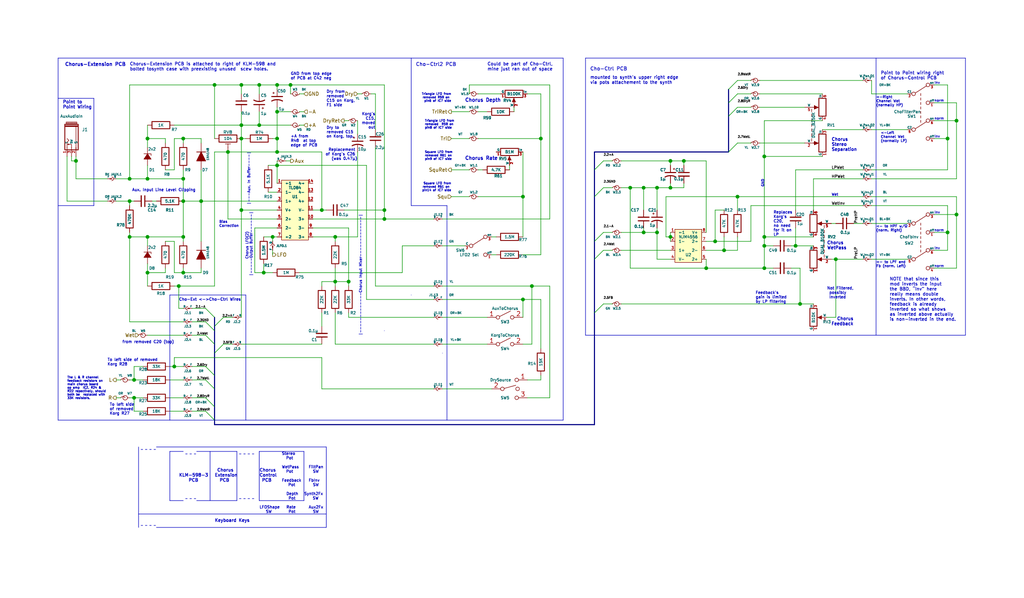
<source format=kicad_sch>
(kicad_sch (version 20230121) (generator eeschema)
  (paper "User" 290.982 170.002)
  (junction (at 57.15 57.15))
  (junction (at 52.07 57.15))
  (junction (at 190.5 67.31))
  (junction (at 68.58 39.37))
  (junction (at 95.25 67.31))
  (junction (at 203.2 68.58))
  (junction (at 271.78 60.96))
  (junction (at 68.58 24.13))
  (junction (at 186.69 66.04))
  (junction (at 68.58 35.56))
  (junction (at 73.66 35.56))
  (junction (at 50.8 81.28))
  (junction (at 237.49 73.66))
  (junction (at 226.06 69.85))
  (junction (at 68.58 59.69))
  (junction (at 36.83 50.8))
  (junction (at 52.07 39.37))
  (junction (at 269.24 39.37))
  (junction (at 64.77 43.18))
  (junction (at 49.53 104.14))
  (junction (at 190.5 45.72))
  (junction (at 60.96 24.13))
  (junction (at 217.17 44.45))
  (junction (at 74.93 77.47))
  (junction (at 194.31 45.72))
  (junction (at 99.06 80.01))
  (junction (at 109.22 62.23))
  (junction (at 227.33 86.36))
  (junction (at 217.17 76.2))
  (junction (at 109.22 59.69))
  (junction (at 36.83 57.15))
  (junction (at 38.1 107.95))
  (junction (at 78.74 43.18))
  (junction (at 73.66 24.13))
  (junction (at 217.17 69.85))
  (junction (at 77.47 67.31))
  (junction (at 52.07 67.31))
  (junction (at 209.55 55.88))
  (junction (at 205.74 71.12))
  (junction (at 182.88 53.34))
  (junction (at 271.78 34.29))
  (junction (at 95.25 80.01))
  (junction (at 41.91 39.37))
  (junction (at 186.69 53.34))
  (junction (at 182.88 66.04))
  (junction (at 78.74 24.13))
  (junction (at 78.74 46.99))
  (junction (at 41.91 77.47))
  (junction (at 269.24 66.04))
  (junction (at 78.74 39.37))
  (junction (at 41.91 50.8))
  (junction (at 78.74 31.75))
  (junction (at 148.59 85.09))
  (junction (at 148.59 55.88))
  (junction (at 179.07 53.34))
  (junction (at 82.55 24.13))
  (junction (at 41.91 67.31))
  (junction (at 151.13 81.28))
  (junction (at 52.07 50.8))
  (junction (at 200.66 76.2))
  (junction (at 91.44 59.69))
  (junction (at 36.83 67.31))
  (junction (at 153.67 39.37))
  (junction (at 38.1 113.03))
  (junction (at 190.5 53.34))
  (junction (at 52.07 77.47))
  (junction (at 217.17 67.31))
  (junction (at 21.59 45.72))
  (bus_entry (at 60.96 115.57) (size -2.54 -2.54))
  (bus_entry (at 168.91 88.9) (size 2.54 -2.54))
  (bus_entry (at 168.91 48.26) (size 2.54 -2.54))
  (bus_entry (at 60.96 97.79) (size -2.54 -2.54))
  (bus_entry (at 60.96 90.17) (size -2.54 -2.54))
  (bus_entry (at 209.55 30.48) (size -2.54 2.54))
  (bus_entry (at 171.45 66.04) (size -2.54 2.54))
  (bus_entry (at 209.55 22.86) (size -2.54 2.54))
  (bus_entry (at 171.45 71.12) (size -2.54 2.54))
  (bus_entry (at 60.96 106.68) (size -2.54 -2.54))
  (bus_entry (at 60.96 119.38) (size -2.54 -2.54))
  (bus_entry (at 63.5 90.17) (size -2.54 2.54))
  (bus_entry (at 60.96 110.49) (size -2.54 -2.54))
  (bus_entry (at 60.96 93.98) (size -2.54 -2.54))
  (bus_entry (at 209.55 26.67) (size -2.54 2.54))
  (bus_entry (at 60.96 100.33) (size 2.54 -2.54))
  (bus_entry (at 207.01 43.18) (size 2.54 -2.54))
  (bus_entry (at 171.45 53.34) (size -2.54 2.54))
  (wire (pts (xy 186.69 53.34) (xy 186.69 59.69)))
  (wire (pts (xy 54.61 107.95) (xy 58.42 107.95)))
  (wire (pts (xy 77.47 71.12) (xy 77.47 72.39)))
  (wire (pts (xy 76.2 54.61) (xy 78.74 54.61)))
  (wire (pts (xy 54.61 116.84) (xy 58.42 116.84)))
  (wire (pts (xy 217.17 76.2) (xy 217.17 69.85)))
  (wire (pts (xy 95.25 80.01) (xy 95.25 81.28)))
  (wire (pts (xy 227.33 76.2) (xy 227.33 86.36)))
  (wire (pts (xy 189.23 67.31) (xy 189.23 55.88)))
  (wire (pts (xy 156.21 81.28) (xy 156.21 113.03)))
  (wire (pts (xy 209.55 55.88) (xy 209.55 59.69)))
  (wire (pts (xy 125.73 81.28) (xy 151.13 81.28)))
  (wire (pts (xy 269.24 66.04) (xy 269.24 71.12)))
  (wire (pts (xy 106.68 81.28) (xy 123.19 81.28)))
  (bus (pts (xy 168.91 73.66) (xy 168.91 88.9)))
  (wire (pts (xy 237.49 63.5) (xy 236.22 63.5)))
  (wire (pts (xy 52.07 39.37) (xy 52.07 40.64)))
  (wire (pts (xy 133.35 24.13) (xy 133.35 26.67)))
  (bus (pts (xy 168.91 88.9) (xy 168.91 120.65)))
  (wire (pts (xy 57.15 39.37) (xy 57.15 40.64)))
  (wire (pts (xy 91.44 110.49) (xy 123.19 110.49)))
  (wire (pts (xy 135.89 39.37) (xy 153.67 39.37)))
  (polyline (pts (xy 160.02 119.38) (xy 160.02 16.51)))
  (bus (pts (xy 168.91 55.88) (xy 168.91 68.58)))
  (wire (pts (xy 171.45 53.34) (xy 173.99 53.34)))
  (wire (pts (xy 49.53 68.58) (xy 49.53 77.47)))
  (wire (pts (xy 247.65 73.66) (xy 257.81 73.66)))
  (polyline (pts (xy 73.66 142.24) (xy 86.36 142.24)))
  (wire (pts (xy 125.73 110.49) (xy 139.7 110.49)))
  (wire (pts (xy 36.83 24.13) (xy 36.83 50.8)))
  (bus (pts (xy 60.96 119.38) (xy 60.96 120.65)))
  (wire (pts (xy 194.31 45.72) (xy 200.66 45.72)))
  (polyline (pts (xy 73.66 128.27) (xy 73.66 142.24)))
  (wire (pts (xy 176.53 53.34) (xy 179.07 53.34)))
  (polyline (pts (xy 26.67 27.94) (xy 16.51 27.94)))
  (wire (pts (xy 135.89 31.75) (xy 138.43 31.75)))
  (wire (pts (xy 106.68 26.67) (xy 106.68 36.83)))
  (wire (pts (xy 91.44 88.9) (xy 91.44 92.71)))
  (wire (pts (xy 72.39 77.47) (xy 74.93 77.47)))
  (wire (pts (xy 72.39 64.77) (xy 72.39 77.47)))
  (wire (pts (xy 114.3 69.85) (xy 123.19 69.85)))
  (wire (pts (xy 102.87 26.67) (xy 101.6 26.67)))
  (polyline (pts (xy 16.51 16.51) (xy 16.51 119.38)))
  (polyline (pts (xy 63.5 90.17) (xy 63.5 90.17)))
  (wire (pts (xy 237.49 90.17) (xy 237.49 73.66)))
  (wire (pts (xy 46.99 68.58) (xy 49.53 68.58)))
  (wire (pts (xy 95.25 88.9) (xy 95.25 97.79)))
  (bus (pts (xy 207.01 33.02) (xy 207.01 43.18)))
  (bus (pts (xy 60.96 106.68) (xy 60.96 110.49)))
  (wire (pts (xy 217.17 67.31) (xy 217.17 44.45)))
  (wire (pts (xy 179.07 76.2) (xy 200.66 76.2)))
  (wire (pts (xy 41.91 50.8) (xy 41.91 46.99)))
  (wire (pts (xy 153.67 107.95) (xy 153.67 106.68)))
  (polyline (pts (xy 92.71 127) (xy 44.45 127)))
  (wire (pts (xy 215.9 26.67) (xy 233.68 26.67)))
  (wire (pts (xy 209.55 30.48) (xy 213.36 30.48)))
  (wire (pts (xy 52.07 48.26) (xy 52.07 50.8)))
  (wire (pts (xy 19.05 44.45) (xy 19.05 57.15)))
  (wire (pts (xy 190.5 66.04) (xy 190.5 67.31)))
  (wire (pts (xy 40.64 104.14) (xy 38.1 104.14)))
  (wire (pts (xy 186.69 53.34) (xy 190.5 53.34)))
  (wire (pts (xy 78.74 24.13) (xy 78.74 25.4)))
  (wire (pts (xy 213.36 58.42) (xy 245.11 58.42)))
  (wire (pts (xy 38.1 107.95) (xy 40.64 107.95)))
  (wire (pts (xy 269.24 39.37) (xy 265.43 39.37)))
  (wire (pts (xy 46.99 77.47) (xy 41.91 77.47)))
  (wire (pts (xy 128.27 48.26) (xy 133.35 48.26)))
  (wire (pts (xy 60.96 24.13) (xy 68.58 24.13)))
  (bus (pts (xy 60.96 97.79) (xy 60.96 100.33)))
  (polyline (pts (xy 67.31 142.24) (xy 67.31 128.27)))
  (polyline (pts (xy 26.67 58.42) (xy 26.67 27.94)))
  (wire (pts (xy 269.24 39.37) (xy 269.24 48.26)))
  (wire (pts (xy 38.1 116.84) (xy 38.1 113.03)))
  (wire (pts (xy 153.67 26.67) (xy 153.67 39.37)))
  (wire (pts (xy 135.89 55.88) (xy 148.59 55.88)))
  (wire (pts (xy 237.49 73.66) (xy 245.11 73.66)))
  (polyline (pts (xy 166.37 16.51) (xy 274.32 16.51)))
  (wire (pts (xy 269.24 71.12) (xy 265.43 71.12)))
  (wire (pts (xy 52.07 76.2) (xy 52.07 77.47)))
  (wire (pts (xy 49.53 39.37) (xy 52.07 39.37)))
  (wire (pts (xy 217.17 76.2) (xy 219.71 76.2)))
  (wire (pts (xy 41.91 69.85) (xy 41.91 67.31)))
  (wire (pts (xy 200.66 71.12) (xy 205.74 71.12)))
  (wire (pts (xy 200.66 76.2) (xy 217.17 76.2)))
  (wire (pts (xy 36.83 67.31) (xy 41.91 67.31)))
  (wire (pts (xy 125.73 69.85) (xy 132.08 69.85)))
  (wire (pts (xy 128.27 31.75) (xy 133.35 31.75)))
  (wire (pts (xy 74.93 67.31) (xy 77.47 67.31)))
  (wire (pts (xy 52.07 57.15) (xy 57.15 57.15)))
  (wire (pts (xy 99.06 80.01) (xy 99.06 81.28)))
  (wire (pts (xy 91.44 101.6) (xy 91.44 110.49)))
  (wire (pts (xy 54.61 95.25) (xy 58.42 95.25)))
  (wire (pts (xy 190.5 53.34) (xy 194.31 53.34)))
  (wire (pts (xy 49.53 77.47) (xy 52.07 77.47)))
  (wire (pts (xy 41.91 35.56) (xy 41.91 39.37)))
  (wire (pts (xy 30.48 50.8) (xy 21.59 50.8)))
  (wire (pts (xy 106.68 26.67) (xy 105.41 26.67)))
  (wire (pts (xy 217.17 44.45) (xy 217.17 34.29)))
  (wire (pts (xy 36.83 58.42) (xy 36.83 57.15)))
  (wire (pts (xy 68.58 35.56) (xy 73.66 35.56)))
  (polyline (pts (xy 274.32 95.25) (xy 166.37 95.25)))
  (wire (pts (xy 48.26 113.03) (xy 52.07 113.03)))
  (bus (pts (xy 60.96 120.65) (xy 168.91 120.65)))
  (wire (pts (xy 171.45 45.72) (xy 173.99 45.72)))
  (wire (pts (xy 34.29 107.95) (xy 33.02 107.95)))
  (wire (pts (xy 91.44 59.69) (xy 92.71 59.69)))
  (wire (pts (xy 49.53 104.14) (xy 49.53 101.6)))
  (wire (pts (xy 49.53 101.6) (xy 91.44 101.6)))
  (wire (pts (xy 171.45 71.12) (xy 173.99 71.12)))
  (wire (pts (xy 128.27 55.88) (xy 133.35 55.88)))
  (polyline (pts (xy 59.69 142.24) (xy 59.69 128.27)))
  (polyline (pts (xy 86.36 128.27) (xy 73.66 128.27)))
  (wire (pts (xy 101.6 38.1) (xy 101.6 34.29)))
  (wire (pts (xy 200.66 68.58) (xy 203.2 68.58)))
  (wire (pts (xy 21.59 45.72) (xy 21.59 44.45)))
  (wire (pts (xy 128.27 39.37) (xy 133.35 39.37)))
  (wire (pts (xy 41.91 39.37) (xy 46.99 39.37)))
  (wire (pts (xy 41.91 50.8) (xy 52.07 50.8)))
  (wire (pts (xy 78.74 46.99) (xy 104.14 46.99)))
  (wire (pts (xy 77.47 68.58) (xy 77.47 67.31)))
  (wire (pts (xy 213.36 68.58) (xy 213.36 58.42)))
  (wire (pts (xy 271.78 76.2) (xy 265.43 76.2)))
  (wire (pts (xy 50.8 81.28) (xy 50.8 87.63)))
  (wire (pts (xy 190.5 67.31) (xy 189.23 67.31)))
  (wire (pts (xy 209.55 26.67) (xy 213.36 26.67)))
  (polyline (pts (xy 166.37 95.25) (xy 166.37 16.51)))
  (wire (pts (xy 194.31 53.34) (xy 194.31 52.07)))
  (wire (pts (xy 149.86 107.95) (xy 153.67 107.95)))
  (bus (pts (xy 60.96 92.71) (xy 60.96 93.98)))
  (wire (pts (xy 66.04 97.79) (xy 63.5 97.79)))
  (bus (pts (xy 168.91 43.18) (xy 168.91 48.26)))
  (wire (pts (xy 247.65 26.67) (xy 247.65 22.86)))
  (wire (pts (xy 88.9 67.31) (xy 95.25 67.31)))
  (wire (pts (xy 148.59 55.88) (xy 148.59 67.31)))
  (wire (pts (xy 190.5 67.31) (xy 190.5 68.58)))
  (polyline (pts (xy 55.88 142.24) (xy 67.31 142.24)))
  (wire (pts (xy 54.61 113.03) (xy 58.42 113.03)))
  (wire (pts (xy 76.2 46.99) (xy 78.74 46.99)))
  (wire (pts (xy 269.24 48.26) (xy 247.65 48.26)))
  (wire (pts (xy 271.78 60.96) (xy 271.78 76.2)))
  (wire (pts (xy 36.83 67.31) (xy 36.83 91.44)))
  (wire (pts (xy 49.53 48.26) (xy 46.99 48.26)))
  (wire (pts (xy 49.53 104.14) (xy 52.07 104.14)))
  (wire (pts (xy 68.58 39.37) (xy 69.85 39.37)))
  (wire (pts (xy 73.66 24.13) (xy 78.74 24.13)))
  (wire (pts (xy 245.11 36.83) (xy 233.68 36.83)))
  (wire (pts (xy 74.93 77.47) (xy 77.47 77.47)))
  (polyline (pts (xy 16.51 119.38) (xy 160.02 119.38)))
  (wire (pts (xy 271.78 55.88) (xy 271.78 60.96)))
  (wire (pts (xy 215.9 30.48) (xy 228.6 30.48)))
  (bus (pts (xy 60.96 100.33) (xy 60.96 106.68)))
  (bus (pts (xy 207.01 29.21) (xy 207.01 33.02)))
  (polyline (pts (xy 109.22 93.98) (xy 109.22 93.98)))
  (wire (pts (xy 245.11 50.8) (xy 231.14 50.8)))
  (polyline (pts (xy 86.36 142.24) (xy 86.36 128.27)))
  (wire (pts (xy 151.13 81.28) (xy 151.13 97.79)))
  (wire (pts (xy 209.55 22.86) (xy 213.36 22.86)))
  (wire (pts (xy 125.73 85.09) (xy 148.59 85.09)))
  (wire (pts (xy 200.66 45.72) (xy 200.66 66.04)))
  (bus (pts (xy 60.96 90.17) (xy 60.96 92.71)))
  (wire (pts (xy 78.74 31.75) (xy 82.55 31.75)))
  (wire (pts (xy 73.66 26.67) (xy 73.66 24.13)))
  (polyline (pts (xy 48.26 128.27) (xy 48.26 142.24)))
  (wire (pts (xy 265.43 24.13) (xy 269.24 24.13)))
  (wire (pts (xy 234.95 90.17) (xy 237.49 90.17)))
  (wire (pts (xy 72.39 64.77) (xy 78.74 64.77)))
  (wire (pts (xy 139.7 72.39) (xy 140.97 72.39)))
  (wire (pts (xy 224.79 76.2) (xy 227.33 76.2)))
  (wire (pts (xy 123.19 90.17) (xy 99.06 90.17)))
  (wire (pts (xy 78.74 31.75) (xy 78.74 39.37)))
  (polyline (pts (xy 100.33 34.29) (xy 100.33 34.29)))
  (wire (pts (xy 247.65 58.42) (xy 269.24 58.42)))
  (wire (pts (xy 99.06 64.77) (xy 99.06 80.01)))
  (wire (pts (xy 99.06 90.17) (xy 99.06 88.9)))
  (wire (pts (xy 95.25 76.2) (xy 95.25 80.01)))
  (wire (pts (xy 81.28 45.72) (xy 82.55 45.72)))
  (wire (pts (xy 203.2 59.69) (xy 203.2 68.58)))
  (wire (pts (xy 245.11 48.26) (xy 226.06 48.26)))
  (wire (pts (xy 269.24 58.42) (xy 269.24 66.04)))
  (wire (pts (xy 156.21 24.13) (xy 156.21 62.23)))
  (wire (pts (xy 91.44 43.18) (xy 91.44 59.69)))
  (wire (pts (xy 85.09 77.47) (xy 114.3 77.47)))
  (wire (pts (xy 78.74 39.37) (xy 78.74 43.18)))
  (bus (pts (xy 60.96 110.49) (xy 60.96 115.57)))
  (wire (pts (xy 109.22 59.69) (xy 97.79 59.69)))
  (wire (pts (xy 156.21 62.23) (xy 125.73 62.23)))
  (wire (pts (xy 153.67 26.67) (xy 149.86 26.67)))
  (wire (pts (xy 86.36 26.67) (xy 85.09 26.67)))
  (polyline (pts (xy 274.32 16.51) (xy 274.32 95.25)))
  (wire (pts (xy 176.53 86.36) (xy 227.33 86.36)))
  (wire (pts (xy 52.07 57.15) (xy 52.07 67.31)))
  (wire (pts (xy 38.1 116.84) (xy 40.64 116.84)))
  (polyline (pts (xy 48.26 142.24) (xy 52.07 142.24)))
  (wire (pts (xy 36.83 107.95) (xy 38.1 107.95)))
  (wire (pts (xy 190.5 45.72) (xy 190.5 46.99)))
  (wire (pts (xy 43.18 57.15) (xy 44.45 57.15)))
  (bus (pts (xy 168.91 48.26) (xy 168.91 55.88)))
  (wire (pts (xy 153.67 72.39) (xy 148.59 72.39)))
  (polyline (pts (xy 16.51 58.42) (xy 26.67 58.42)))
  (polyline (pts (xy 116.84 83.82) (xy 116.84 83.82)))
  (wire (pts (xy 109.22 24.13) (xy 109.22 59.69)))
  (wire (pts (xy 82.55 24.13) (xy 109.22 24.13)))
  (polyline (pts (xy 67.31 128.27) (xy 55.88 128.27)))
  (wire (pts (xy 148.59 85.09) (xy 153.67 85.09)))
  (wire (pts (xy 200.66 76.2) (xy 200.66 73.66)))
  (wire (pts (xy 231.14 50.8) (xy 231.14 59.69)))
  (wire (pts (xy 217.17 69.85) (xy 219.71 69.85)))
  (wire (pts (xy 38.1 113.03) (xy 40.64 113.03)))
  (wire (pts (xy 271.78 34.29) (xy 265.43 34.29)))
  (polyline (pts (xy 127 58.42) (xy 127 119.38)))
  (wire (pts (xy 271.78 29.21) (xy 271.78 34.29)))
  (wire (pts (xy 41.91 67.31) (xy 52.07 67.31)))
  (wire (pts (xy 95.25 97.79) (xy 123.19 97.79)))
  (wire (pts (xy 36.83 66.04) (xy 36.83 67.31)))
  (polyline (pts (xy 248.92 16.51) (xy 248.92 95.25)))
  (wire (pts (xy 186.69 64.77) (xy 186.69 66.04)))
  (polyline (pts (xy 125.73 100.33) (xy 125.73 100.33)))
  (wire (pts (xy 109.22 59.69) (xy 109.22 62.23)))
  (polyline (pts (xy 52.07 128.27) (xy 48.26 128.27)))
  (wire (pts (xy 54.61 104.14) (xy 58.42 104.14)))
  (wire (pts (xy 33.02 50.8) (xy 36.83 50.8)))
  (wire (pts (xy 58.42 87.63) (xy 54.61 87.63)))
  (wire (pts (xy 205.74 59.69) (xy 203.2 59.69)))
  (wire (pts (xy 91.44 80.01) (xy 91.44 81.28)))
  (wire (pts (xy 156.21 24.13) (xy 133.35 24.13)))
  (wire (pts (xy 247.65 63.5) (xy 257.81 63.5)))
  (wire (pts (xy 21.59 50.8) (xy 21.59 45.72)))
  (wire (pts (xy 78.74 46.99) (xy 78.74 52.07)))
  (polyline (pts (xy 127 58.42) (xy 116.84 58.42)))
  (wire (pts (xy 135.89 48.26) (xy 137.16 48.26)))
  (wire (pts (xy 85.09 35.56) (xy 86.36 35.56)))
  (wire (pts (xy 63.5 90.17) (xy 66.04 90.17)))
  (wire (pts (xy 271.78 34.29) (xy 271.78 50.8)))
  (wire (pts (xy 182.88 53.34) (xy 182.88 59.69)))
  (wire (pts (xy 247.65 26.67) (xy 257.81 26.67)))
  (wire (pts (xy 49.53 39.37) (xy 49.53 48.26)))
  (bus (pts (xy 60.96 115.57) (xy 60.96 119.38)))
  (wire (pts (xy 148.59 85.09) (xy 148.59 90.17)))
  (wire (pts (xy 68.58 31.75) (xy 68.58 35.56)))
  (wire (pts (xy 88.9 59.69) (xy 91.44 59.69)))
  (wire (pts (xy 49.53 35.56) (xy 68.58 35.56)))
  (wire (pts (xy 36.83 113.03) (xy 38.1 113.03)))
  (polyline (pts (xy 39.37 127) (xy 39.37 149.86)))
  (wire (pts (xy 269.24 24.13) (xy 269.24 39.37)))
  (wire (pts (xy 226.06 69.85) (xy 231.14 69.85)))
  (wire (pts (xy 78.74 43.18) (xy 91.44 43.18)))
  (wire (pts (xy 41.91 77.47) (xy 41.91 81.28)))
  (wire (pts (xy 20.32 44.45) (xy 20.32 45.72)))
  (wire (pts (xy 74.93 77.47) (xy 74.93 74.93)))
  (wire (pts (xy 50.8 81.28) (xy 60.96 81.28)))
  (wire (pts (xy 176.53 45.72) (xy 190.5 45.72)))
  (wire (pts (xy 57.15 57.15) (xy 78.74 57.15)))
  (wire (pts (xy 52.07 77.47) (xy 57.15 77.47)))
  (wire (pts (xy 205.74 71.12) (xy 209.55 71.12)))
  (wire (pts (xy 68.58 39.37) (xy 68.58 59.69)))
  (wire (pts (xy 233.68 44.45) (xy 217.17 44.45)))
  (wire (pts (xy 153.67 85.09) (xy 153.67 99.06)))
  (wire (pts (xy 106.68 41.91) (xy 106.68 81.28)))
  (wire (pts (xy 78.74 24.13) (xy 82.55 24.13)))
  (wire (pts (xy 182.88 64.77) (xy 182.88 66.04)))
  (wire (pts (xy 101.6 67.31) (xy 101.6 43.18)))
  (wire (pts (xy 269.24 66.04) (xy 265.43 66.04)))
  (polyline (pts (xy 69.85 83.82) (xy 69.85 119.38)))
  (wire (pts (xy 125.73 90.17) (xy 138.43 90.17)))
  (wire (pts (xy 271.78 50.8) (xy 247.65 50.8)))
  (wire (pts (xy 151.13 81.28) (xy 156.21 81.28)))
  (polyline (pts (xy 48.26 119.38) (xy 48.26 83.82)))
  (wire (pts (xy 95.25 68.58) (xy 95.25 67.31)))
  (wire (pts (xy 209.55 40.64) (xy 213.36 40.64)))
  (wire (pts (xy 186.69 66.04) (xy 186.69 73.66)))
  (wire (pts (xy 142.24 26.67) (xy 135.89 26.67)))
  (wire (pts (xy 104.14 46.99) (xy 104.14 85.09)))
  (wire (pts (xy 224.79 69.85) (xy 226.06 69.85)))
  (wire (pts (xy 60.96 39.37) (xy 60.96 24.13)))
  (wire (pts (xy 48.26 116.84) (xy 52.07 116.84)))
  (polyline (pts (xy 124.46 85.09) (xy 124.46 85.09)))
  (bus (pts (xy 207.01 43.18) (xy 168.91 43.18)))
  (wire (pts (xy 186.69 73.66) (xy 190.5 73.66)))
  (polyline (pts (xy 160.02 16.51) (xy 16.51 16.51)))
  (wire (pts (xy 247.65 36.83) (xy 257.81 36.83)))
  (wire (pts (xy 64.77 62.23) (xy 78.74 62.23)))
  (polyline (pts (xy 116.84 58.42) (xy 116.84 16.51)))
  (wire (pts (xy 46.99 76.2) (xy 46.99 77.47)))
  (wire (pts (xy 19.05 57.15) (xy 30.48 57.15)))
  (wire (pts (xy 153.67 39.37) (xy 153.67 72.39)))
  (wire (pts (xy 247.65 55.88) (xy 271.78 55.88)))
  (wire (pts (xy 215.9 22.86) (xy 245.11 22.86)))
  (wire (pts (xy 156.21 113.03) (xy 149.86 113.03)))
  (polyline (pts (xy 123.19 97.155) (xy 123.19 97.155)))
  (wire (pts (xy 68.58 24.13) (xy 68.58 26.67)))
  (wire (pts (xy 78.74 30.48) (xy 78.74 31.75)))
  (wire (pts (xy 48.26 107.95) (xy 52.07 107.95)))
  (wire (pts (xy 20.32 45.72) (xy 21.59 45.72)))
  (wire (pts (xy 36.83 24.13) (xy 60.96 24.13)))
  (wire (pts (xy 179.07 53.34) (xy 182.88 53.34)))
  (wire (pts (xy 226.06 48.26) (xy 226.06 59.69)))
  (wire (pts (xy 209.55 55.88) (xy 245.11 55.88)))
  (wire (pts (xy 36.83 50.8) (xy 41.91 50.8)))
  (wire (pts (xy 82.55 24.13) (xy 82.55 26.67)))
  (wire (pts (xy 41.91 95.25) (xy 52.07 95.25)))
  (wire (pts (xy 54.61 91.44) (xy 58.42 91.44)))
  (wire (pts (xy 176.53 66.04) (xy 182.88 66.04)))
  (wire (pts (xy 265.43 29.21) (xy 271.78 29.21)))
  (wire (pts (xy 171.45 66.04) (xy 173.99 66.04)))
  (wire (pts (xy 78.74 45.72) (xy 78.74 46.99)))
  (wire (pts (xy 38.1 57.15) (xy 36.83 57.15)))
  (wire (pts (xy 68.58 59.69) (xy 68.58 90.17)))
  (wire (pts (xy 205.74 67.31) (xy 205.74 71.12)))
  (wire (pts (xy 52.07 67.31) (xy 52.07 68.58)))
  (polyline (pts (xy 48.26 83.82) (xy 69.85 83.82)))
  (wire (pts (xy 104.14 85.09) (xy 123.19 85.09)))
  (wire (pts (xy 95.25 80.01) (xy 99.06 80.01)))
  (wire (pts (xy 190.5 53.34) (xy 190.5 52.07)))
  (wire (pts (xy 203.2 68.58) (xy 213.36 68.58)))
  (wire (pts (xy 91.44 97.79) (xy 68.58 97.79)))
  (polyline (pts (xy 39.37 146.05) (xy 92.71 146.05)))
  (wire (pts (xy 57.15 57.15) (xy 57.15 68.58)))
  (polyline (pts (xy 92.71 149.86) (xy 92.71 127)))
  (wire (pts (xy 49.53 81.28) (xy 50.8 81.28)))
  (wire (pts (xy 114.3 77.47) (xy 114.3 69.85)))
  (wire (pts (xy 91.44 80.01) (xy 95.25 80.01)))
  (wire (pts (xy 140.97 67.31) (xy 139.7 67.31)))
  (wire (pts (xy 46.99 39.37) (xy 46.99 40.64)))
  (wire (pts (xy 60.96 43.18) (xy 64.77 43.18)))
  (wire (pts (xy 227.33 86.36) (xy 231.14 86.36)))
  (wire (pts (xy 64.77 43.18) (xy 78.74 43.18)))
  (bus (pts (xy 207.01 25.4) (xy 207.01 29.21)))
  (wire (pts (xy 236.22 73.66) (xy 237.49 73.66)))
  (wire (pts (xy 33.02 113.03) (xy 34.29 113.03)))
  (wire (pts (xy 179.07 76.2) (xy 179.07 53.34)))
  (wire (pts (xy 176.53 71.12) (xy 190.5 71.12)))
  (wire (pts (xy 146.05 30.48) (xy 146.05 31.75)))
  (wire (pts (xy 109.22 62.23) (xy 123.19 62.23)))
  (wire (pts (xy 88.9 62.23) (xy 109.22 62.23)))
  (wire (pts (xy 64.77 43.18) (xy 64.77 62.23)))
  (wire (pts (xy 217.17 69.85) (xy 217.17 67.31)))
  (wire (pts (xy 60.96 81.28) (xy 60.96 43.18)))
  (wire (pts (xy 99.06 64.77) (xy 88.9 64.77)))
  (wire (pts (xy 73.66 31.75) (xy 73.66 35.56)))
  (wire (pts (xy 226.06 64.77) (xy 226.06 69.85)))
  (wire (pts (xy 148.59 43.18) (xy 148.59 55.88)))
  (wire (pts (xy 50.8 87.63) (xy 52.07 87.63)))
  (wire (pts (xy 182.88 66.04) (xy 186.69 66.04)))
  (wire (pts (xy 73.66 35.56) (xy 82.55 35.56)))
  (wire (pts (xy 68.58 59.69) (xy 78.74 59.69)))
  (wire (pts (xy 57.15 77.47) (xy 57.15 76.2)))
  (wire (pts (xy 125.73 97.79) (xy 138.43 97.79)))
  (wire (pts (xy 242.57 63.5) (xy 245.11 63.5)))
  (wire (pts (xy 228.6 40.64) (xy 215.9 40.64)))
  (wire (pts (xy 194.31 45.72) (xy 194.31 46.99)))
  (wire (pts (xy 189.23 55.88) (xy 209.55 55.88)))
  (bus (pts (xy 168.91 68.58) (xy 168.91 73.66)))
  (wire (pts (xy 182.88 53.34) (xy 186.69 53.34)))
  (polyline (pts (xy 44.45 149.86) (xy 92.71 149.86)))
  (wire (pts (xy 57.15 48.26) (xy 57.15 57.15)))
  (wire (pts (xy 48.26 104.14) (xy 49.53 104.14)))
  (wire (pts (xy 41.91 74.93) (xy 41.91 77.47)))
  (wire (pts (xy 77.47 67.31) (xy 78.74 67.31)))
  (wire (pts (xy 265.43 60.96) (xy 271.78 60.96)))
  (wire (pts (xy 41.91 39.37) (xy 41.91 41.91)))
  (wire (pts (xy 95.25 67.31) (xy 101.6 67.31)))
  (wire (pts (xy 217.17 67.31) (xy 231.14 67.31)))
  (wire (pts (xy 190.5 45.72) (xy 194.31 45.72)))
  (wire (pts (xy 144.78 46.99) (xy 144.78 48.26)))
  (wire (pts (xy 52.07 50.8) (xy 52.07 57.15)))
  (wire (pts (xy 77.47 39.37) (xy 78.74 39.37)))
  (wire (pts (xy 52.07 39.37) (xy 57.15 39.37)))
  (wire (pts (xy 85.09 31.75) (xy 86.36 31.75)))
  (wire (pts (xy 99.06 34.29) (xy 97.79 34.29)))
  (wire (pts (xy 36.83 57.15) (xy 33.02 57.15)))
  (wire (pts (xy 171.45 86.36) (xy 173.99 86.36)))
  (wire (pts (xy 151.13 97.79) (xy 148.59 97.79)))
  (wire (pts (xy 68.58 35.56) (xy 68.58 39.37)))
  (wire (pts (xy 68.58 24.13) (xy 73.66 24.13)))
  (bus (pts (xy 60.96 93.98) (xy 60.96 97.79)))
  (wire (pts (xy 217.17 34.29) (xy 233.68 34.29)))
  (wire (pts (xy 209.55 71.12) (xy 209.55 67.31)))
  (wire (pts (xy 36.83 91.44) (xy 52.07 91.44)))
  (wire (pts (xy 38.1 104.14) (xy 38.1 107.95)))
  (text "norm" (at 265.43 29.21 0) (effects (font (size 0.7112 0.7112) (thickness 0.1422) bold) (justify left bottom)))
  (text "- - - -" (at 72.39 142.24 0) (effects (font (size 0.6096 0.6096)) (justify right bottom)))
  (text "- - - -" (at 44.45 149.86 0) (effects (font (size 0.6096 0.6096)) (justify right bottom)))
  (text "NOTE that since this \nmod inverts the input \nthe BBD, “Inv” here \nreally means double \ninverts. In other words, \nfeedback is already \ninverted so what shows\nas inverted above actually\nis non-inverted in the end." (at 252.73 91.44 0) (effects (font (size 0.889 0.889)) (justify left bottom)))
  (text "Chorus\nFeedback" (at 242.57 92.71 0) (effects (font (size 0.889 0.889) (thickness 0.1778) bold) (justify right bottom)))
  (text "- - - -" (at 44.45 128.27 0) (effects (font (size 0.6096 0.6096)) (justify right bottom)))
  (text "<- to HPF w/Ω\n(norm. Right)" (at 248.92 66.04 0) (effects (font (size 0.7112 0.7112)) (justify left bottom)))
  (text "LFOShape\n   SW" (at 73.66 146.05 0) (effects (font (size 0.7874 0.7874)) (justify left bottom)))
  (text "<-Left\nChannel Wet \n(normally LP)" (at 250.19 40.64 0) (effects (font (size 0.7112 0.7112)) (justify left bottom)))
  (text "|-------------Chorus Input Mixer-------------|" (at 102.87 60.96 90) (effects (font (size 0.7112 0.7112) (thickness 0.1422) bold) (justify right bottom)))
  (text "GND" (at 217.17 53.34 90) (effects (font (size 0.7112 0.7112)) (justify left bottom)))
  (text "Could be part of Cho-Ctrl,\nmine just ran out of space" (at 138.43 20.32 0) (effects (font (size 0.889 0.889)) (justify left bottom)))
  (text "Point to \nPoint Wiring " (at 17.78 31.115 0) (effects (font (size 0.889 0.889) (thickness 0.1778) bold) (justify left bottom)))
  (text "Keyboard Keys" (at 60.96 148.59 0) (effects (font (size 0.889 0.889) (thickness 0.1778) bold) (justify left bottom)))
  (text "mounted to synth's upper right edge\nvia pots attachement to the synth" (at 167.64 24.13 0) (effects (font (size 0.889 0.889)) (justify left bottom)))
  (text "Depth\n Pot" (at 81.28 142.24 0) (effects (font (size 0.7874 0.7874)) (justify left bottom)))
  (text "Inv" (at 265.43 60.96 0) (effects (font (size 0.7112 0.7112) (thickness 0.1422) bold) (justify left bottom)))
  (text "Cho-Ext <->Cho-Ctrl Wires" (at 50.8 85.725 0) (effects (font (size 0.7874 0.7874) (thickness 0.1575) bold) (justify left bottom)))
  (text "Not Filtered,\n possibly\n Inverted" (at 234.95 85.09 0) (effects (font (size 0.7874 0.7874)) (justify left bottom)))
  (text "Feedback's \ngain is limited\nby LP filtering" (at 214.63 86.36 0) (effects (font (size 0.7874 0.7874)) (justify left bottom)))
  (text "<-Right \nChannel Wet \n(normally HP)" (at 248.92 30.48 0) (effects (font (size 0.7112 0.7112)) (justify left bottom)))
  (text "Aux. Input Line Level Clipping" (at 37.465 54.61 0) (effects (font (size 0.7874 0.7874) (thickness 0.1575) bold) (justify left bottom)))
  (text "<- to LPF and \nFb (norm. Left)" (at 248.92 76.2 0) (effects (font (size 0.7112 0.7112)) (justify left bottom)))
  (text "The L & R channel \nfeedback resistors on\nmain chorus board \nop amp  IC2, R24 & \nR22 repectively, should \nboth be  replaced with \n33K resistors." (at 19.05 113.665 0) (effects (font (size 0.6096 0.6096)) (justify left bottom)))
  (text "To left side\nof removed\nKorg R27" (at 31.115 118.11 0) (effects (font (size 0.7874 0.7874)) (justify left bottom)))
  (text "Wet" (at 236.22 55.88 0) (effects (font (size 0.7112 0.7112)) (justify left bottom)))
  (text "Chorus\nWetPass" (at 234.95 71.12 0) (effects (font (size 0.889 0.889) (thickness 0.1778) bold) (justify left bottom)))
  (text "To left side of removed\nKorg R28" (at 30.48 104.14 0) (effects (font (size 0.7874 0.7874)) (justify left bottom)))
  (text "         Chorus LFO(2) \n|-----Output Buffer------|" (at 71.755 78.74 90) (effects (font (size 0.7112 0.7112) (thickness 0.1422) bold) (justify left bottom)))
  (text "Replacement \nof Korg's C26 \n(was 0.47µ)" (at 101.6 45.72 0) (effects (font (size 0.7874 0.7874)) (justify right bottom)))
  (text "Point to Point wiring right\nof Chorus-Control PCB\n" (at 250.19 22.86 0) (effects (font (size 0.889 0.889)) (justify left bottom)))
  (text "FiltPan\n  SW" (at 87.63 134.62 0) (effects (font (size 0.7874 0.7874)) (justify left bottom)))
  (text "+A from \nR48  at top \nedge of PCB" (at 82.55 41.91 0) (effects (font (size 0.7874 0.7874)) (justify left bottom)))
  (text "Square LFO from \nremoved R61 on \npin9 of IC7 side" (at 120.65 45.72 0) (effects (font (size 0.6096 0.6096)) (justify left bottom)))
  (text "KLM-598-3\n    PCB" (at 50.8 137.16 0) (effects (font (size 0.889 0.889) (thickness 0.1778) bold) (justify left bottom)))
  (text "Replaces\nKorg's \nC20,\nno need \nfor it on\nLP" (at 219.71 67.31 0) (effects (font (size 0.7874 0.7874)) (justify left bottom)))
  (text "Inv" (at 265.43 39.37 0) (effects (font (size 0.7112 0.7112) (thickness 0.1422) bold) (justify left bottom)))
  (text "norm" (at 265.43 34.29 0) (effects (font (size 0.7112 0.7112) (thickness 0.1422) bold) (justify left bottom)))
  (text "Dry from\nremoved\nC15 on Korg, \nF1 side" (at 92.71 30.48 0) (effects (font (size 0.7874 0.7874)) (justify left bottom)))
  (text "- - -" (at 55.88 142.24 0) (effects (font (size 0.6096 0.6096)) (justify right bottom)))
  (text "WetPass\n  Pot" (at 80.01 134.62 0) (effects (font (size 0.7874 0.7874)) (justify left bottom)))
  (text "Square LFO from\nremoved R61 on \npin14 of IC7 side" (at 128.27 54.61 0) (effects (font (size 0.6096 0.6096)) (justify right bottom)))
  (text "Chorus \nStereo \nSeparation" (at 236.22 43.18 0) (effects (font (size 0.889 0.889) (thickness 0.1778) bold) (justify left bottom)))
  (text "Inv" (at 265.43 71.12 0) (effects (font (size 0.7112 0.7112) (thickness 0.1422) bold) (justify left bottom)))
  (text "FbInv\n  SW" (at 87.63 138.43 0) (effects (font (size 0.7874 0.7874)) (justify left bottom)))
  (text "Chorus\nControl\n PCB" (at 73.66 137.16 0) (effects (font (size 0.889 0.889) (thickness 0.1778) bold) (justify left bottom)))
  (text "- - - -" (at 72.39 129.54 0) (effects (font (size 0.6096 0.6096)) (justify right bottom)))
  (text "Triangle LFO from\nremoved R59 on \npin6 of IC7 side" (at 128.27 29.21 0) (effects (font (size 0.6096 0.6096)) (justify right bottom)))
  (text "Dry to \nremoved C15 \non Korg, top." (at 92.71 39.37 0) (effects (font (size 0.762 0.762)) (justify left bottom)))
  (text "Rate\n Pot" (at 81.28 146.05 0) (effects (font (size 0.7874 0.7874)) (justify left bottom)))
  (text "norm" (at 265.43 76.2 0) (effects (font (size 0.7112 0.7112) (thickness 0.1422) bold) (justify left bottom)))
  (text "Inv" (at 265.43 24.13 0) (effects (font (size 0.7112 0.7112) (thickness 0.1422) bold) (justify left bottom)))
  (text "Cho-Ctrl2 PCB" (at 118.11 19.05 0) (effects (font (size 0.9906 0.9906)) (justify left bottom)))
  (text "GND from top edge\nof PCB at C42 neg" (at 82.55 22.86 0) (effects (font (size 0.7874 0.7874)) (justify left bottom)))
  (text "Korg's\nC15,\nmoved\nout" (at 106.68 36.83 0) (effects (font (size 0.7874 0.7874)) (justify right bottom)))
  (text "- - -" (at 55.88 129.54 0) (effects (font (size 0.6096 0.6096)) (justify right bottom)))
  (text "Chorus-Extension PCB" (at 18.415 19.05 0) (effects (font (size 0.9906 0.9906) (thickness 0.1981) bold) (justify left bottom)))
  (text "from removed C20 (top)" (at 49.53 97.79 0) (effects (font (size 0.7874 0.7874)) (justify right bottom)))
  (text "Stereo\n  Pot" (at 80.01 130.81 0) (effects (font (size 0.7874 0.7874)) (justify left bottom)))
  (text "Chorus Depth" (at 132.08 29.21 0) (effects (font (size 0.9906 0.9906) (thickness 0.1981) bold) (justify left bottom)))
  (text "Bias\nCorrection" (at 62.23 64.77 0) (effects (font (size 0.7112 0.7112)) (justify left bottom)))
  (text " Chorus\nExtension\n  PCB" (at 60.96 137.16 0) (effects (font (size 0.889 0.889) (thickness 0.1778) bold) (justify left bottom)))
  (text "Synth2Fx\n    SW" (at 86.36 142.24 0) (effects (font (size 0.7874 0.7874)) (justify left bottom)))
  (text "Chorus Rate" (at 132.08 45.72 0) (effects (font (size 0.9906 0.9906) (thickness 0.1981) bold) (justify left bottom)))
  (text "Triangle LFO from \nremoved  R59 on \npin8 of IC7 side" (at 120.65 36.83 0) (effects (font (size 0.6096 0.6096)) (justify left bottom)))
  (text "|---Aux. In Buffer----|" (at 71.12 58.42 90) (effects (font (size 0.7112 0.7112) (thickness 0.1422) bold) (justify left bottom)))
  (text "Feedback\n   Pot" (at 80.01 138.43 0) (effects (font (size 0.7874 0.7874)) (justify left bottom)))
  (text "Cho-Ctrl PCB" (at 167.64 20.32 0) (effects (font (size 0.9906 0.9906)) (justify left bottom)))
  (text "Aux2Fx\n  SW" (at 87.63 146.05 0) (effects (font (size 0.7874 0.7874)) (justify left bottom)))
  (text "Chorus-Extension PCB is attached to right of KLM-598 and\nbolted tosynth case with preexisting unused  scew holes." (at 36.83 20.32 0) (effects (font (size 0.889 0.889)) (justify left bottom)))
  (text "norm" (at 265.43 66.04 0) (effects (font (size 0.7112 0.7112) (thickness 0.1422) bold) (justify left bottom)))
  (label "HPWet" (at 236.22 50.8 0) (effects (font (size 0.7874 0.7874))))
  (label "2.5FB" (at 171.45 85.09 0) (effects (font (size 0.6096 0.6096))))
  (label "PreLP" (at 243.84 73.66 90) (effects (font (size 0.7874 0.7874))))
  (label "2.2+A" (at 66.04 90.17 180) (effects (font (size 0.6096 0.6096))))
  (label "2.8DryR" (at 55.88 113.03 0) (effects (font (size 0.6096 0.6096))))
  (label "2.3GND" (at 171.45 52.07 0) (effects (font (size 0.6096 0.6096))))
  (label "WetInv" (at 236.22 58.42 0) (effects (font (size 0.7874 0.7874))))
  (label "2.3GND" (at 55.88 91.44 0) (effects (font (size 0.6096 0.6096))))
  (label "2.7WetL" (at 209.55 39.37 0) (effects (font (size 0.6096 0.6096))))
  (label "2.1-A" (at 58.42 87.63 180) (effects (font (size 0.6096 0.6096))))
  (label "2.9WetR" (at 55.88 116.84 0) (effects (font (size 0.6096 0.6096))))
  (label "LPWet" (at 236.22 48.26 0) (effects (font (size 0.7874 0.7874))))
  (label "2.7WetL" (at 55.88 107.95 0) (effects (font (size 0.6096 0.6096))))
  (label "2.6Dry" (at 209.55 25.4 0) (effects (font (size 0.6096 0.6096))))
  (label "PreHP" (at 243.84 63.5 90) (effects (font (size 0.7874 0.7874))))
  (label "2.4Wet" (at 171.45 69.85 0) (effects (font (size 0.6096 0.6096))))
  (label "2.2+A" (at 171.45 44.45 0) (effects (font (size 0.6096 0.6096))))
  (label "2.9WetR" (at 209.55 21.59 0) (effects (font (size 0.6096 0.6096))))
  (label "2.6Dry" (at 55.88 104.14 0) (effects (font (size 0.6096 0.6096))))
  (label "2.8DryR" (at 209.55 29.21 0) (effects (font (size 0.6096 0.6096))))
  (label "2.1-A" (at 171.45 64.77 0) (effects (font (size 0.6096 0.6096))))
  (label "2.5FB" (at 66.04 97.79 180) (effects (font (size 0.6096 0.6096))))
  (label "2.4Wet" (at 55.88 95.25 0) (effects (font (size 0.6096 0.6096))))
  (hierarchical_label "L" (shape output) (at 33.02 107.95 180) (effects (font (size 0.9906 0.9906))))
  (hierarchical_label "DryRet" (shape output) (at 97.79 34.29 180) (effects (font (size 0.9906 0.9906))))
  (hierarchical_label "+A" (shape input) (at 86.36 35.56 0) (effects (font (size 0.9906 0.9906))))
  (hierarchical_label "Wet" (shape input) (at 39.37 95.25 180) (effects (font (size 0.9906 0.9906))))
  (hierarchical_label "Tri" (shape input) (at 128.27 39.37 180) (effects (font (size 0.9906 0.9906))))
  (hierarchical_label "Aux" (shape output) (at 82.55 45.72 0) (effects (font (size 0.9906 0.9906))))
  (hierarchical_label "TriRet" (shape output) (at 128.27 31.75 180) (effects (font (size 0.9906 0.9906))))
  (hierarchical_label "R" (shape output) (at 33.02 113.03 180) (effects (font (size 0.9906 0.9906))))
  (hierarchical_label "LFO" (shape output) (at 77.47 72.39 0) (effects (font (size 0.9906 0.9906))))
  (hierarchical_label "SquRet" (shape output) (at 128.27 48.26 180) (effects (font (size 0.9906 0.9906))))
  (hierarchical_label "Squ" (shape input) (at 128.27 55.88 180) (effects (font (size 0.9906 0.9906))))
  (hierarchical_label "Dry" (shape input) (at 101.6 26.67 180) (effects (font (size 0.9906 0.9906))))
  (hierarchical_label "GND" (shape input) (at 86.36 26.67 0) (effects (font (size 0.9906 0.9906))))
  (hierarchical_label "-A" (shape input) (at 86.36 31.75 0) (effects (font (size 0.9906 0.9906))))
  (symbol (lib_id "ChorusMod-rescue:D_ALT") (at 57.15 72.39 270) (unit 1)
    (property "Reference" "D9" (at 58.42 77.47 90) (effects (font (size 0.7874 0.7874))))
    (property "Value" "1N4148" (at 59.055 71.755 0) (effects (font (size 0.6096 0.6096))))
    (property "Footprint" "MyKi_TH_Diodes:300Mil_TH_Diode" (effects hide))
  )
  (symbol (lib_id "ChorusMod-rescue:D_ALT") (at 57.15 44.45 270) (unit 1)
    (property "Reference" "D7" (at 59.055 48.26 90) (effects (font (size 0.7874 0.7874)) (justify right)))
    (property "Value" "1N4148" (at 59.055 43.815 0) (effects (font (size 0.6096 0.6096))))
    (property "Footprint" "MyKi_TH_Diodes:300Mil_TH_Diode" (effects hide))
  )
  (symbol (lib_id "ChorusMod-rescue:R") (at 45.72 35.56 90) (unit 1)
    (property "Reference" "R7" (at 49.53 36.83 90) (effects (font (size 0.7874 0.7874))))
    (property "Value" "1K" (at 45.72 35.56 90) (effects (font (size 0.7874 0.7874))))
    (property "Footprint" "MyKi_TH_Resistors:300Mil_TH_Resistor" (effects hide))
  )
  (symbol (lib_id "ChorusMod-rescue:R") (at 153.67 102.87 180) (unit 1)
    (property "Reference" "R14" (at 151.13 102.87 0) (effects (font (size 0.7874 0.7874)) (justify bottom)))
    (property "Value" "15K" (at 153.67 102.87 90) (effects (font (size 0.7874 0.7874))))
    (property "Footprint" "MyKi_TH_Resistors:300Mil_TH_Resistor" (effects hide))
  )
  (symbol (lib_id "ChorusMod-rescue:R") (at 73.66 39.37 90) (unit 1)
    (property "Reference" "R74" (at 74.93 38.1 90) (effects (font (size 0.7874 0.7874)) (justify left top)))
    (property "Value" "1M" (at 73.66 39.37 90) (effects (font (size 0.7874 0.7874))))
    (property "Footprint" "MyKi_TH_Resistors:300Mil_TH_Resistor" (effects hide))
  )
  (symbol (lib_id "ChorusMod-rescue:R") (at 46.99 44.45 0) (unit 1)
    (property "Reference" "R8" (at 48.26 49.53 0) (effects (font (size 0.7874 0.7874)) (justify right)))
    (property "Value" "470" (at 46.99 44.45 90) (effects (font (size 0.7874 0.7874))))
    (property "Footprint" "MyKi_TH_Resistors:300Mil_TH_Resistor" (effects hide))
  )
  (symbol (lib_id "ChorusMod-rescue:CP1_Small") (at 101.6 40.64 0) (unit 1)
    (property "Reference" "C15" (at 104.14 39.37 0) (effects (font (size 0.7874 0.7874)) (justify right bottom)))
    (property "Value" "10µ" (at 104.14 41.91 0) (effects (font (size 0.7874 0.7874)) (justify right top)))
    (property "Footprint" "MyKi_TH_Capacitors:200Mil_TH_CP" (effects hide))
  )
  (symbol (lib_id "ChorusMod-rescue:R") (at 45.72 81.28 90) (unit 1)
    (property "Reference" "R18" (at 45.72 83.82 90) (effects (font (size 0.7874 0.7874)) (justify top)))
    (property "Value" "1K" (at 45.72 81.28 90) (effects (font (size 0.7874 0.7874))))
    (property "Footprint" "MyKi_TH_Resistors:300Mil_TH_Resistor" (effects hide))
  )
  (symbol (lib_id "ChorusMod-rescue:R") (at 48.26 57.15 90) (unit 1)
    (property "Reference" "R11" (at 48.26 59.69 90) (effects (font (size 0.7874 0.7874))))
    (property "Value" "5.1K" (at 48.26 57.15 90) (effects (font (size 0.7874 0.7874))))
    (property "Footprint" "MyKi_TH_Resistors:300Mil_TH_Resistor" (effects hide))
  )
  (symbol (lib_id "ChorusMod-rescue:C_Small") (at 40.64 57.15 270) (unit 1)
    (property "Reference" "C14" (at 41.91 59.69 90) (effects (font (size 0.7874 0.7874)) (justify left)))
    (property "Value" "2.2µ" (at 41.91 58.42 90) (effects (font (size 0.7874 0.7874)) (justify left)))
    (property "Footprint" "MyKi_TH_Capacitors:100Mil_TH_C" (effects hide))
  )
  (symbol (lib_id "ChorusMod-rescue:CP1_Small") (at 78.74 27.94 0) (unit 1)
    (property "Reference" "C50" (at 80.01 25.4 0) (effects (font (size 0.7874 0.7874)) (justify top)))
    (property "Value" "1µ" (at 80.01 30.48 0) (effects (font (size 0.7874 0.7874)) (justify top)))
    (property "Footprint" "MyKi_TH_Capacitors:200Mil_TH_CP" (effects hide))
  )
  (symbol (lib_id "ChorusMod-rescue:CP1_Small") (at 73.66 29.21 180) (unit 1)
    (property "Reference" "C5" (at 74.93 26.67 0) (effects (font (size 0.7874 0.7874)) (justify bottom)))
    (property "Value" "1µ" (at 74.93 31.75 0) (effects (font (size 0.7874 0.7874)) (justify bottom)))
    (property "Footprint" "MyKi_TH_Capacitors:200Mil_TH_CP" (effects hide))
  )
  (symbol (lib_id "ChorusMod-rescue:R") (at 76.2 50.8 180) (unit 1)
    (property "Reference" "R10" (at 76.2 55.88 0) (effects (font (size 0.7874 0.7874))))
    (property "Value" "5.1K" (at 76.2 50.8 90) (effects (font (size 0.7874 0.7874))))
    (property "Footprint" "MyKi_TH_Resistors:300Mil_TH_Resistor" (effects hide))
  )
  (symbol (lib_id "ChorusMod-rescue:C_Small") (at 68.58 29.21 0) (unit 1)
    (property "Reference" "C6" (at 69.85 26.67 0) (effects (font (size 0.7874 0.7874)) (justify top)))
    (property "Value" "0.1µ" (at 68.58 31.75 0) (effects (font (size 0.7112 0.7112)) (justify left top)))
    (property "Footprint" "MyKi_TH_Capacitors:200Mil_TH_C" (effects hide))
  )
  (symbol (lib_id "ChorusMod-rescue:C_Small") (at 95.25 59.69 90) (unit 1)
    (property "Reference" "C47" (at 99.06 58.42 90) (effects (font (size 0.7874 0.7874)) (justify left)))
    (property "Value" "0.1µ" (at 99.06 60.96 90) (effects (font (size 0.7874 0.7874)) (justify left)))
    (property "Footprint" "MyKi_TH_Capacitors:200Mil_TH_C" (effects hide))
  )
  (symbol (lib_id "ChorusMod-rescue:R") (at 95.25 72.39 180) (unit 1)
    (property "Reference" "R5" (at 97.79 74.93 0) (effects (font (size 0.7874 0.7874))))
    (property "Value" "22K" (at 95.25 72.39 90) (effects (font (size 0.7874 0.7874))))
    (property "Footprint" "MyKi_TH_Resistors:300Mil_TH_Resistor" (effects hide))
  )
  (symbol (lib_id "ChorusMod-rescue:C_Small") (at 91.44 95.25 180) (unit 1)
    (property "Reference" "C1" (at 90.17 96.52 0) (effects (font (size 0.7874 0.7874)) (justify left)))
    (property "Value" "0.1µ" (at 87.63 93.98 0) (effects (font (size 0.7874 0.7874)) (justify right)))
    (property "Footprint" "MyKi_TH_Capacitors:300Mil_TH_C" (effects hide))
  )
  (symbol (lib_id "ChorusMod-rescue:R") (at 81.28 77.47 270) (unit 1)
    (property "Reference" "R75" (at 86.36 78.74 90) (effects (font (size 0.7874 0.7874)) (justify right)))
    (property "Value" "1M" (at 81.28 77.47 90) (effects (font (size 0.7874 0.7874))))
    (property "Footprint" "MyKi_TH_Resistors:400Mil_TH_Resistor" (effects hide))
  )
  (symbol (lib_id "ChorusMod-rescue:R") (at 74.93 71.12 0) (unit 1)
    (property "Reference" "R17" (at 77.47 74.93 0) (effects (font (size 0.7874 0.7874)) (justify right top)))
    (property "Value" "1.5M" (at 74.93 71.12 90) (effects (font (size 0.7874 0.7874))))
    (property "Footprint" "MyKi_TH_Resistors:400Mil_TH_Resistor" (effects hide))
  )
  (symbol (lib_id "ChorusMod-rescue:Pot") (at 144.78 43.18 270) (unit 1)
    (property "Reference" "RV5" (at 142.875 45.085 90) (effects (font (size 0.7874 0.7874))))
    (property "Value" "B1M" (at 144.78 43.18 90) (effects (font (size 0.7874 0.7874))))
    (property "Footprint" "MyKi_TH_Panel_Controls:400Mil_TH_Pot_FaceUp" (effects hide))
    (property "Parameter" "Chorus Rate" (effects hide))
  )
  (symbol (lib_id "ChorusMod-rescue:R") (at 140.97 48.26 270) (unit 1)
    (property "Reference" "R61" (at 141.605 49.53 90) (effects (font (size 0.7874 0.7874)) (justify top)))
    (property "Value" "4.7K" (at 140.97 48.26 90) (effects (font (size 0.7874 0.7874))))
    (property "Footprint" "MyKi_TH_Resistors:400Mil_TH_Resistor" (effects hide))
  )
  (symbol (lib_id "ChorusMod-rescue:Pot") (at 146.05 26.67 270) (unit 1)
    (property "Reference" "RV4" (at 144.145 28.575 90) (effects (font (size 0.7874 0.7874))))
    (property "Value" "B100K" (at 146.05 26.67 90) (effects (font (size 0.7874 0.7874))))
    (property "Footprint" "MyKi_TH_Panel_Controls:400Mil_TH_Pot_FaceUp" (effects hide))
  )
  (symbol (lib_id "ChorusMod-rescue:R") (at 142.24 31.75 270) (unit 1)
    (property "Reference" "R59" (at 138.43 33.02 90) (effects (font (size 0.7874 0.7874)) (justify top)))
    (property "Value" "10K" (at 142.24 31.75 90) (effects (font (size 0.7874 0.7874))))
    (property "Footprint" "MyKi_TH_Resistors:400Mil_TH_Resistor" (effects hide))
  )
  (symbol (lib_id "ChorusMod-rescue:SPDT") (at 135.89 69.85 0) (unit 1)
    (property "Reference" "SW6" (at 130.81 71.12 0) (effects (font (size 0.7874 0.7874))))
    (property "Value" "LFO2 Sel" (at 133.35 72.39 0) (effects (font (size 0.7874 0.7874))))
    (property "Footprint" "MyKi_TH_Panel_Controls:TH_SPDT_Angled" (effects hide))
  )
  (symbol (lib_id "ChorusMod-rescue:R") (at 144.78 72.39 270) (unit 1)
    (property "Reference" "R76" (at 148.59 72.39 90) (effects (font (size 0.7874 0.7874)) (justify top)))
    (property "Value" "220K" (at 144.78 72.39 90) (effects (font (size 0.7874 0.7874))))
    (property "Footprint" "MyKi_TH_Resistors:400Mil_TH_Resistor" (effects hide))
  )
  (symbol (lib_id "ChorusMod-rescue:R") (at 144.78 67.31 90) (unit 1)
    (property "Reference" "R77" (at 148.59 68.58 90) (effects (font (size 0.7874 0.7874)) (justify top)))
    (property "Value" "1.5M" (at 144.78 67.31 90) (effects (font (size 0.7874 0.7874))))
    (property "Footprint" "MyKi_TH_Resistors:400Mil_TH_Resistor" (effects hide))
  )
  (symbol (lib_id "ChorusMod-rescue:Quad-Op-Amp") (at 83.82 59.69 0) (unit 1)
    (property "Reference" "U1" (at 83.82 55.88 0) (effects (font (size 0.7874 0.7874))))
    (property "Value" "TL084" (at 83.82 53.34 0) (effects (font (size 0.7874 0.7874))))
    (property "Footprint" "MyKi_TH_IC:300Mil_DIP14" (effects hide))
    (property "Datasheet" "DOCUMENTATION" (effects hide))
  )
  (symbol (lib_id "ChorusMod-rescue:R") (at 44.45 104.14 90) (unit 1)
    (property "Reference" "R28" (at 40.64 105.41 90) (effects (font (size 0.7874 0.7874)) (justify top)))
    (property "Value" "33K" (at 44.45 104.14 90) (effects (font (size 0.7874 0.7874))))
    (property "Footprint" "MyKi_TH_Resistors:300Mil_TH_Resistor" (effects hide))
  )
  (symbol (lib_id "ChorusMod-rescue:R") (at 44.45 113.03 90) (unit 1)
    (property "Reference" "R27" (at 40.64 114.3 90) (effects (font (size 0.7874 0.7874)) (justify top)))
    (property "Value" "33K" (at 44.45 113.03 90) (effects (font (size 0.7874 0.7874))))
    (property "Footprint" "MyKi_TH_Resistors:300Mil_TH_Resistor" (effects hide))
  )
  (symbol (lib_id "ChorusMod-rescue:R") (at 44.45 107.95 90) (unit 1)
    (property "Reference" "R23" (at 40.64 109.22 90) (effects (font (size 0.7874 0.7874)) (justify top)))
    (property "Value" "18K" (at 44.45 107.95 90) (effects (font (size 0.7874 0.7874))))
    (property "Footprint" "MyKi_TH_Resistors:300Mil_TH_Resistor" (effects hide))
  )
  (symbol (lib_id "ChorusMod-rescue:R") (at 44.45 116.84 90) (unit 1)
    (property "Reference" "R25" (at 40.64 118.11 90) (effects (font (size 0.7874 0.7874)) (justify top)))
    (property "Value" "18K" (at 44.45 116.84 90) (effects (font (size 0.7874 0.7874))))
    (property "Footprint" "MyKi_TH_Resistors:300Mil_TH_Resistor" (effects hide))
  )
  (symbol (lib_id "ChorusMod-rescue:C_Small") (at 106.68 39.37 180) (unit 1)
    (property "Reference" "C26" (at 107.95 38.1 0) (effects (font (size 0.7874 0.7874))))
    (property "Value" "2.2µ" (at 107.95 41.91 0) (effects (font (size 0.7874 0.7874))))
    (property "Footprint" "MyKi_TH_Capacitors:200Mil_TH_C" (effects hide))
  )
  (symbol (lib_id "ChorusMod-rescue:R") (at 95.25 85.09 0) (unit 1)
    (property "Reference" "R6" (at 96.52 88.9 0) (effects (font (size 0.7874 0.7874))))
    (property "Value" "22K" (at 95.25 85.09 90) (effects (font (size 0.7874 0.7874))))
    (property "Footprint" "MyKi_TH_Resistors:400Mil_TH_Resistor" (effects hide))
  )
  (symbol (lib_id "ChorusMod-rescue:R") (at 91.44 85.09 0) (unit 1)
    (property "Reference" "R1" (at 92.71 88.9 0) (effects (font (size 0.7874 0.7874))))
    (property "Value" "22K" (at 91.44 85.09 90) (effects (font (size 0.7874 0.7874))))
    (property "Footprint" "MyKi_TH_Resistors:400Mil_TH_Resistor" (effects hide))
  )
  (symbol (lib_id "ChorusMod-rescue:R") (at 52.07 44.45 180) (unit 1)
    (property "Reference" "R9" (at 53.34 48.26 0) (effects (font (size 0.7874 0.7874))))
    (property "Value" "470" (at 52.07 44.45 90) (effects (font (size 0.7874 0.7874))))
    (property "Footprint" "MyKi_TH_Resistors:300Mil_TH_Resistor" (effects hide))
  )
  (symbol (lib_id "ChorusMod-rescue:R") (at 52.07 72.39 180) (unit 1)
    (property "Reference" "R15" (at 53.34 78.74 0) (effects (font (size 0.7874 0.7874))))
    (property "Value" "470" (at 52.07 72.39 90) (effects (font (size 0.7874 0.7874))))
    (property "Footprint" "MyKi_TH_Resistors:300Mil_TH_Resistor" (effects hide))
  )
  (symbol (lib_id "ChorusMod-rescue:R") (at 46.99 72.39 180) (unit 1)
    (property "Reference" "R19" (at 48.26 78.74 0) (effects (font (size 0.7874 0.7874))))
    (property "Value" "470" (at 46.99 72.39 90) (effects (font (size 0.7874 0.7874))))
    (property "Footprint" "MyKi_TH_Resistors:300Mil_TH_Resistor" (effects hide))
  )
  (symbol (lib_id "ChorusMod-rescue:D_Zener_Small_ALT") (at 41.91 44.45 270) (unit 1)
    (property "Reference" "D1" (at 43.18 48.26 90) (effects (font (size 0.7874 0.7874))))
    (property "Value" "2v2" (at 43.18 41.91 90) (effects (font (size 0.7874 0.7874)) (justify top)))
    (property "Footprint" "MyKi_TH_Diodes:300Mil_TH_Diode" (effects hide))
  )
  (symbol (lib_id "ChorusMod-rescue:D_Zener_Small_ALT") (at 41.91 72.39 270) (unit 1)
    (property "Reference" "D8" (at 43.18 76.2 90) (effects (font (size 0.7874 0.7874))))
    (property "Value" "2v2" (at 43.18 69.85 90) (effects (font (size 0.7874 0.7874)) (justify top)))
    (property "Footprint" "MyKi_TH_Diodes:300Mil_TH_Diode" (effects hide))
  )
  (symbol (lib_id "ChorusMod-rescue:TS_Jack_Switched") (at 19.05 44.45 90) (mirror x) (unit 1)
    (property "Reference" "J1" (at 24.13 36.83 90) (effects (font (size 0.889 0.889))))
    (property "Value" "AuxAudioIn" (at 20.32 33.02 90) (effects (font (size 0.7874 0.7874))))
    (property "Footprint" "MyKi_TH_Panel_Controls:TS_Jack_Switched_Generic" (effects hide))
  )
  (symbol (lib_id "ChorusMod-rescue:F-M-Pins") (at 53.34 95.25 0) (unit 1)
    (property "Reference" "J2.4" (at 53.34 96.52 0) (effects (font (size 0.635 0.635))))
    (property "Value" "BL" (at 57.15 96.52 0) (effects (font (size 0.6096 0.6096))))
    (property "Footprint" "MyKi_TH_Connectors:Conn_Female_Dupont-1" (effects hide))
  )
  (symbol (lib_id "ChorusMod-rescue:F-M-Pins") (at 53.34 104.14 0) (unit 1)
    (property "Reference" "J2.6" (at 53.34 105.41 0) (effects (font (size 0.635 0.635))))
    (property "Value" "OR" (at 57.15 105.41 0) (effects (font (size 0.6096 0.6096))))
    (property "Footprint" "MyKi_TH_Connectors:Conn_Female_Dupont-1" (effects hide))
  )
  (symbol (lib_id "ChorusMod-rescue:F-M-Pins") (at 67.31 97.79 180) (unit 1)
    (property "Reference" "J2.5" (at 67.31 99.06 0) (effects (font (size 0.635 0.635))))
    (property "Value" "GN" (at 64.77 99.06 0) (effects (font (size 0.6096 0.6096))))
    (property "Footprint" "MyKi_TH_Connectors:Conn_Female_Dupont-1" (effects hide))
  )
  (symbol (lib_id "ChorusMod-rescue:F-M-Pins") (at 53.34 107.95 0) (unit 1)
    (property "Reference" "J2.7" (at 53.34 109.22 0) (effects (font (size 0.635 0.635))))
    (property "Value" "YL" (at 57.15 109.22 0) (effects (font (size 0.6096 0.6096))))
    (property "Footprint" "MyKi_TH_Connectors:Conn_Female_Dupont-1" (effects hide))
  )
  (symbol (lib_id "ChorusMod-rescue:F-M-Pins") (at 53.34 113.03 0) (unit 1)
    (property "Reference" "J2.8" (at 53.34 114.3 0) (effects (font (size 0.635 0.635))))
    (property "Value" "OR+BK" (at 57.15 114.3 0) (effects (font (size 0.6096 0.6096))))
    (property "Footprint" "MyKi_TH_Connectors:Conn_Female_Dupont-1" (effects hide))
  )
  (symbol (lib_id "ChorusMod-rescue:F-M-Pins") (at 53.34 116.84 0) (unit 1)
    (property "Reference" "J2.9" (at 53.34 118.11 0) (effects (font (size 0.635 0.635))))
    (property "Value" "VT" (at 57.15 118.11 0) (effects (font (size 0.6096 0.6096))))
    (property "Footprint" "MyKi_TH_Connectors:Conn_Female_Dupont-1" (effects hide))
  )
  (symbol (lib_id "ChorusMod-rescue:F-M-Pins") (at 67.31 90.17 180) (unit 1)
    (property "Reference" "J2.2" (at 67.31 91.44 0) (effects (font (size 0.635 0.635))))
    (property "Value" "RD" (at 64.77 91.44 0) (effects (font (size 0.6096 0.6096))))
    (property "Footprint" "MyKi_TH_Connectors:Conn_Female_Dupont-1" (effects hide))
  )
  (symbol (lib_id "ChorusMod-rescue:F-M-Pins") (at 53.34 91.44 0) (unit 1)
    (property "Reference" "J2.3" (at 53.34 92.71 0) (effects (font (size 0.635 0.635))))
    (property "Value" "BK" (at 57.15 92.71 0) (effects (font (size 0.6096 0.6096))))
    (property "Footprint" "MyKi_TH_Connectors:Conn_Female_Dupont-1" (effects hide))
  )
  (symbol (lib_id "ChorusMod-rescue:F-M-Pins") (at 53.34 87.63 0) (unit 1)
    (property "Reference" "J2.1" (at 53.34 88.9 0) (effects (font (size 0.635 0.635))))
    (property "Value" "BN" (at 57.15 88.9 0) (effects (font (size 0.6096 0.6096))))
    (property "Footprint" "MyKi_TH_Connectors:Conn_Female_Dupont-1" (effects hide))
  )
  (symbol (lib_id "ChorusMod-rescue:TH-Wire") (at 104.14 26.67 180) (unit 1)
    (property "Reference" "W1" (at 104.14 27.94 0) (effects (font (size 0.6096 0.6096))))
    (property "Value" "YL" (at 101.6 27.94 0) (effects (font (size 0.6096 0.6096))))
    (property "Footprint" "MyKi_TH_Connectors:TH_Wire_Val" (effects hide))
  )
  (symbol (lib_id "ChorusMod-rescue:TH-Wire") (at 35.56 107.95 180) (unit 1)
    (property "Reference" "W8" (at 36.83 106.68 0) (effects (font (size 0.6096 0.6096))))
    (property "Value" "YL" (at 34.29 106.68 0) (effects (font (size 0.6096 0.6096))))
    (property "Footprint" "MyKi_TH_Connectors:TH_Wire_Val" (effects hide))
  )
  (symbol (lib_id "ChorusMod-rescue:TH-Wire") (at 35.56 113.03 180) (unit 1)
    (property "Reference" "W7" (at 36.83 111.76 0) (effects (font (size 0.6096 0.6096))))
    (property "Value" "OR" (at 34.29 111.76 0) (effects (font (size 0.6096 0.6096))))
    (property "Footprint" "MyKi_TH_Connectors:TH_Wire_Val" (effects hide))
  )
  (symbol (lib_id "ChorusMod-rescue:TH-Wire") (at 83.82 35.56 0) (unit 1)
    (property "Reference" "W5" (at 85.09 36.83 0) (effects (font (size 0.6096 0.6096))))
    (property "Value" "RD" (at 87.63 36.83 0) (effects (font (size 0.6096 0.6096))))
    (property "Footprint" "MyKi_TH_Connectors:TH_Wire_Val" (effects hide))
  )
  (symbol (lib_id "ChorusMod-rescue:TH-Wire") (at 83.82 26.67 0) (unit 1)
    (property "Reference" "W3" (at 83.82 25.4 0) (effects (font (size 0.6096 0.6096))))
    (property "Value" "BK" (at 86.36 25.4 0) (effects (font (size 0.6096 0.6096))))
    (property "Footprint" "MyKi_TH_Connectors:TH_Wire_Val" (effects hide))
  )
  (symbol (lib_id "ChorusMod-rescue:TH-Wire") (at 83.82 31.75 0) (unit 1)
    (property "Reference" "W4" (at 83.82 33.02 0) (effects (font (size 0.6096 0.6096))))
    (property "Value" "BN" (at 86.36 33.02 0) (effects (font (size 0.6096 0.6096))))
    (property "Footprint" "MyKi_TH_Connectors:TH_Wire_Val" (effects hide))
  )
  (symbol (lib_id "ChorusMod-rescue:F-M-Pins") (at 124.46 81.28 0) (unit 1)
    (property "Reference" "J1.14" (at 124.46 80.01 0) (effects (font (size 0.6096 0.6096))))
    (property "Value" "YL" (at 128.27 80.01 0) (effects (font (size 0.6096 0.6096))))
    (property "Footprint" "MyKi_TH_Connectors:Conn_Female_Dupont-1" (effects hide))
  )
  (symbol (lib_id "ChorusMod-rescue:F-M-Pins") (at 31.75 50.8 180) (unit 1)
    (property "Reference" "JAUX.1" (at 33.02 49.53 0) (effects (font (size 0.6096 0.6096))))
    (property "Value" "BK" (at 30.48 49.53 0) (effects (font (size 0.6096 0.6096))))
    (property "Footprint" "MyKi_TH_Connectors:Conn_Female_Dupont-1" (effects hide))
  )
  (symbol (lib_id "ChorusMod-rescue:TH-Wire") (at 100.33 34.29 180) (unit 1)
    (property "Reference" "W2" (at 100.33 35.56 0) (effects (font (size 0.6096 0.6096))))
    (property "Value" "GR" (at 97.79 35.56 0) (effects (font (size 0.6096 0.6096))))
    (property "Footprint" "MyKi_TH_Connectors:TH_Wire_Val" (effects hide))
  )
  (symbol (lib_id "ChorusMod-rescue:TH-Wire") (at 40.64 95.25 180) (unit 1)
    (property "Reference" "W6" (at 40.64 93.98 0) (effects (font (size 0.6096 0.6096))))
    (property "Value" "BL" (at 38.1 93.98 0) (effects (font (size 0.6096 0.6096))))
    (property "Footprint" "MyKi_TH_Connectors:TH_Wire_Val" (effects hide))
  )
  (symbol (lib_id "ChorusMod-rescue:F-M-Pins") (at 124.46 85.09 0) (unit 1)
    (property "Reference" "J1.13" (at 123.19 83.82 0) (effects (font (size 0.6096 0.6096))))
    (property "Value" "OR" (at 128.27 83.82 0) (effects (font (size 0.6096 0.6096))))
    (property "Footprint" "MyKi_TH_Connectors:Conn_Female_Dupont-1" (effects hide))
  )
  (symbol (lib_id "ChorusMod-rescue:F-M-Pins") (at 124.46 62.23 0) (unit 1)
    (property "Reference" "J1.12" (at 124.46 60.96 0) (effects (font (size 0.6096 0.6096))))
    (property "Value" "BK" (at 128.27 60.96 0) (effects (font (size 0.6096 0.6096))))
    (property "Footprint" "MyKi_TH_Connectors:Conn_Female_Dupont-1" (effects hide))
  )
  (symbol (lib_id "ChorusMod-rescue:F-M-Pins") (at 124.46 69.85 0) (unit 1)
    (property "Reference" "J1.17" (at 124.46 68.58 0) (effects (font (size 0.6096 0.6096))))
    (property "Value" "GN" (at 128.27 68.58 0) (effects (font (size 0.6096 0.6096))))
    (property "Footprint" "MyKi_TH_Connectors:Conn_Female_Dupont-1" (effects hide))
  )
  (symbol (lib_id "ChorusMod-rescue:F-M-Pins") (at 124.46 97.79 0) (unit 1)
    (property "Reference" "J1.16" (at 124.46 96.52 0) (effects (font (size 0.6096 0.6096))))
    (property "Value" "YL+BK" (at 129.54 96.52 0) (effects (font (size 0.6096 0.6096))))
    (property "Footprint" "MyKi_TH_Connectors:Conn_Female_Dupont-1" (effects hide))
  )
  (symbol (lib_id "ChorusMod-rescue:F-M-Pins") (at 31.75 57.15 180) (unit 1)
    (property "Reference" "JAUX.2" (at 33.02 55.88 0) (effects (font (size 0.6096 0.6096))))
    (property "Value" "OR" (at 30.48 55.88 0) (effects (font (size 0.6096 0.6096))))
    (property "Footprint" "MyKi_TH_Connectors:Conn_Female_Dupont-1" (effects hide))
  )
  (symbol (lib_id "ChorusMod-rescue:TH-Wire") (at 134.62 31.75 180) (unit 1)
    (property "Reference" "W1.10" (at 134.62 30.48 0) (effects (font (size 0.6096 0.6096))))
    (property "Value" "WT+BK" (at 130.81 30.48 0) (effects (font (size 0.6096 0.6096))))
    (property "Footprint" "MyKi_TH_Connectors:Conn_Female_Dupont-1" (effects hide))
  )
  (symbol (lib_id "ChorusMod-rescue:TH-Wire") (at 134.62 39.37 180) (unit 1)
    (property "Reference" "W1.9" (at 134.62 38.1 0) (effects (font (size 0.6096 0.6096))))
    (property "Value" "WT" (at 130.81 38.1 0) (effects (font (size 0.6096 0.6096))))
    (property "Footprint" "MyKi_TH_Connectors:Conn_Female_Dupont-1" (effects hide))
  )
  (symbol (lib_id "ChorusMod-rescue:C_Small") (at 222.25 69.85 270) (unit 1)
    (property "Reference" "C49" (at 218.44 71.12 90) (effects (font (size 0.7874 0.7874)) (justify left)))
    (property "Value" "0.1µ" (at 223.52 71.12 90) (effects (font (size 0.7874 0.7874)) (justify left)))
    (property "Footprint" "MyKi_TH_Capacitors:200Mil_TH_C" (effects hide))
  )
  (symbol (lib_id "ChorusMod-rescue:Pot") (at 231.14 90.17 0) (unit 1)
    (property "Reference" "RV3" (at 234.95 91.44 0) (effects (font (size 0.7874 0.7874))))
    (property "Value" "B10K" (at 231.14 90.17 90) (effects (font (size 0.7874 0.7874))))
    (property "Footprint" "MyKi_TH_Panel_Controls:400x500Mil_TH_Pot_reinfoced_FaceUp" (effects hide))
  )
  (symbol (lib_id "ChorusMod-rescue:C_Small") (at 222.25 76.2 270) (unit 1)
    (property "Reference" "C51" (at 218.44 77.47 90) (effects (font (size 0.7874 0.7874)) (justify left)))
    (property "Value" "0.1µ" (at 223.52 77.47 90) (effects (font (size 0.7874 0.7874)) (justify left)))
    (property "Footprint" "MyKi_TH_Capacitors:200Mil_TH_C" (effects hide))
  )
  (symbol (lib_id "ChorusMod-rescue:C_Small") (at 240.03 63.5 270) (unit 1)
    (property "Reference" "C48" (at 238.76 60.96 90) (effects (font (size 0.7874 0.7874)) (justify left)))
    (property "Value" "0.1µ" (at 238.76 66.04 90) (effects (font (size 0.7874 0.7874)) (justify left)))
    (property "Footprint" "MyKi_TH_Capacitors:200Mil_TH_C" (effects hide))
  )
  (symbol (lib_id "ChorusMod-rescue:Dual_Pot") (at 231.14 35.56 90) (unit 1)
    (property "Reference" "RV1" (at 234.95 35.56 90) (effects (font (size 0.7874 0.7874)) (justify right)))
    (property "Value" "DUAL_B250K" (at 231.14 35.56 0) (effects (font (size 0.7874 0.7874))))
    (property "Footprint" "MyKi_TH_Panel_Controls:400x100Mil_TH_Pot_Dual_FaceUp_FlipGangs" (effects hide))
  )
  (symbol (lib_id "ChorusMod-rescue:C_Small") (at 226.06 62.23 180) (unit 1)
    (property "Reference" "C20" (at 228.6 60.96 0) (effects (font (size 0.7874 0.7874)) (justify left)))
    (property "Value" "1µ" (at 227.33 63.5 0) (effects (font (size 0.7874 0.7874))))
    (property "Footprint" "MyKi_TH_Capacitors:300Mil_TH_C_no3D" (effects hide))
  )
  (symbol (lib_id "ChorusMod-rescue:Dual_Pot") (at 233.68 68.58 270) (mirror x) (unit 1)
    (property "Reference" "RV2" (at 237.49 67.31 90) (effects (font (size 0.7874 0.7874)) (justify right)))
    (property "Value" "DUAL_B100K" (at 233.68 68.58 0) (effects (font (size 0.7874 0.7874))))
    (property "Footprint" "MyKi_TH_Panel_Controls:400x100Mil_TH_Pot_Dual_FaceUp" (effects hide))
  )
  (symbol (lib_id "ChorusMod-rescue:C_Small") (at 194.31 49.53 0) (mirror y) (unit 1)
    (property "Reference" "C11" (at 194.31 48.26 0) (effects (font (size 0.7874 0.7874)) (justify left)))
    (property "Value" "0.1µ" (at 194.31 50.8 0) (effects (font (size 0.7874 0.7874)) (justify left)))
    (property "Footprint" "MyKi_TH_Capacitors:200Mil_TH_C" (effects hide))
  )
  (symbol (lib_id "ChorusMod-rescue:C_Small") (at 182.88 62.23 180) (unit 1)
    (property "Reference" "C17" (at 181.61 59.69 0) (effects (font (size 0.7874 0.7874)) (justify left)))
    (property "Value" "0.1µ" (at 181.61 64.77 0) (effects (font (size 0.7874 0.7874)) (justify top)))
    (property "Footprint" "MyKi_TH_Capacitors:200Mil_TH_C" (effects hide))
  )
  (symbol (lib_id "ChorusMod-rescue:R") (at 209.55 63.5 0) (unit 1)
    (property "Reference" "R13" (at 210.82 59.69 0) (effects (font (size 0.7874 0.7874))))
    (property "Value" "47K" (at 209.55 63.5 90) (effects (font (size 0.7874 0.7874))))
    (property "Footprint" "MyKi_TH_Resistors:400Mil_TH_Resistor" (effects hide))
  )
  (symbol (lib_id "ChorusMod-rescue:CP1_Small") (at 186.69 62.23 0) (unit 1)
    (property "Reference" "C21" (at 184.15 59.69 0) (effects (font (size 0.7874 0.7874)) (justify left)))
    (property "Value" "1µ" (at 185.42 63.5 0) (effects (font (size 0.7874 0.7874)) (justify top)))
    (property "Footprint" "MyKi_TH_Capacitors:200Mil_TH_CP_no3D" (effects hide))
  )
  (symbol (lib_id "ChorusMod-rescue:CP1_Small") (at 190.5 49.53 0) (mirror y) (unit 1)
    (property "Reference" "C7" (at 189.23 48.26 0) (effects (font (size 0.7874 0.7874)) (justify left)))
    (property "Value" "1µ" (at 189.23 50.8 0) (effects (font (size 0.7874 0.7874)) (justify left)))
    (property "Footprint" "MyKi_TH_Capacitors:200Mil_TH_CP_no3D" (effects hide))
  )
  (symbol (lib_id "ChorusMod-rescue:R") (at 205.74 63.5 0) (unit 1)
    (property "Reference" "R12" (at 207.01 59.69 0) (effects (font (size 0.7874 0.7874))))
    (property "Value" "47K" (at 205.74 63.5 90) (effects (font (size 0.7874 0.7874))))
    (property "Footprint" "MyKi_TH_Resistors:400Mil_TH_Resistor" (effects hide))
  )
  (symbol (lib_id "ChorusMod-rescue:Dual-Op-Amp") (at 195.58 69.85 0) (unit 1)
    (property "Reference" "U2" (at 195.58 72.39 0) (effects (font (size 0.7874 0.7874))))
    (property "Value" "NJM4556" (at 195.58 67.31 0) (effects (font (size 0.7874 0.7874))))
    (property "Footprint" "MyKi_TH_IC:300Mil_DIP8" (effects hide))
    (property "Datasheet" "DOCUMENTATION" (effects hide))
  )
  (symbol (lib_id "ChorusMod-rescue:DPDT") (at 261.62 26.67 0) (unit 1)
    (property "Reference" "SW1" (at 259.08 33.02 0) (effects (font (size 0.7874 0.7874))))
    (property "Value" "ChoFilterPan" (at 257.81 31.75 0) (effects (font (size 0.7874 0.7874))))
    (property "Footprint" "MyKi_TH_Panel_Controls:TH_DPDT_Angled" (effects hide))
  )
  (symbol (lib_id "ChorusMod-rescue:DPDT") (at 261.62 63.5 0) (unit 1)
    (property "Reference" "SW2" (at 258.318 69.088 0) (effects (font (size 0.7874 0.7874))))
    (property "Value" "ChoFbInv" (at 258.318 67.31 0) (effects (font (size 0.7874 0.7874))))
    (property "Footprint" "MyKi_TH_Panel_Controls:TH_DPDT_Angled" (effects hide))
  )
  (symbol (lib_id "ChorusMod-rescue:F-M-Pins") (at 246.38 22.86 0) (unit 1)
    (property "Reference" "W.Pan.O1" (at 246.38 21.59 0) (effects (font (size 0.6096 0.6096))))
    (property "Value" "OR+BK" (at 251.46 24.13 0) (effects (font (size 0.6096 0.6096))))
    (property "Footprint" "MyKi_TH_Connectors:TH_Wire" (effects hide))
  )
  (symbol (lib_id "ChorusMod-rescue:F-M-Pins") (at 246.38 36.83 0) (unit 1)
    (property "Reference" "W.Pan.O2" (at 246.38 35.56 0) (effects (font (size 0.6096 0.6096))))
    (property "Value" "YL+BK" (at 251.46 35.56 0) (effects (font (size 0.6096 0.6096))))
    (property "Footprint" "MyKi_TH_Connectors:TH_Wire" (effects hide))
  )
  (symbol (lib_id "ChorusMod-rescue:F-M-Pins") (at 246.38 48.26 0) (unit 1)
    (property "Reference" "W.Pan.I2" (at 246.38 46.99 0) (effects (font (size 0.6096 0.6096))))
    (property "Value" "OR" (at 251.46 46.99 0) (effects (font (size 0.6096 0.6096))))
    (property "Footprint" "MyKi_TH_Connectors:TH_Wire" (effects hide))
  )
  (symbol (lib_id "ChorusMod-rescue:F-M-Pins") (at 246.38 50.8 0) (unit 1)
    (property "Reference" "W.Pan.I1" (at 246.38 49.53 0) (effects (font (size 0.6096 0.6096))))
    (property "Value" "YL" (at 251.46 49.53 0) (effects (font (size 0.6096 0.6096))))
    (property "Footprint" "MyKi_TH_Connectors:TH_Wire" (effects hide))
  )
  (symbol (lib_id "ChorusMod-rescue:F-M-Pins") (at 246.38 55.88 0) (unit 1)
    (property "Reference" "W.Inv.I2" (at 246.38 54.61 0) (effects (font (size 0.6096 0.6096))))
    (property "Value" "BL" (at 251.46 54.61 0) (effects (font (size 0.6096 0.6096))))
    (property "Footprint" "MyKi_TH_Connectors:TH_Wire" (effects hide))
  )
  (symbol (lib_id "ChorusMod-rescue:F-M-Pins") (at 246.38 58.42 0) (unit 1)
    (property "Reference" "W.Inv.I1" (at 246.38 57.15 0) (effects (font (size 0.6096 0.6096))))
    (property "Value" "VT" (at 251.46 57.15 0) (effects (font (size 0.6096 0.6096))))
    (property "Footprint" "MyKi_TH_Connectors:TH_Wire" (effects hide))
  )
  (symbol (lib_id "ChorusMod-rescue:F-M-Pins") (at 246.38 63.5 0) (unit 1)
    (property "Reference" "W.Inv.O1" (at 246.38 62.23 0) (effects (font (size 0.6096 0.6096))))
    (property "Value" "BL+BK" (at 251.46 62.23 0) (effects (font (size 0.6096 0.6096))))
    (property "Footprint" "MyKi_TH_Connectors:TH_Wire" (effects hide))
  )
  (symbol (lib_id "ChorusMod-rescue:F-M-Pins") (at 246.38 73.66 0) (unit 1)
    (property "Reference" "W.Inv.O2" (at 246.38 72.39 0) (effects (font (size 0.6096 0.6096))))
    (property "Value" "VT+BK" (at 251.46 72.39 0) (effects (font (size 0.6096 0.6096))))
    (property "Footprint" "MyKi_TH_Connectors:TH_Wire" (effects hide))
  )
  (symbol (lib_id "ChorusMod-rescue:F-M-Pins") (at 77.47 69.85 270) (unit 1)
    (property "Reference" "JLFO.1" (at 80.01 69.85 90) (effects (font (size 0.6096 0.6096))))
    (property "Value" "LFO" (effects hide))
    (property "Footprint" "MyKi_TH_Connectors:Conn_Female_Dupont-1" (effects hide))
  )
  (symbol (lib_id "ChorusMod-rescue:TH-Wire") (at 134.62 26.67 180) (unit 1)
    (property "Reference" "W1.5" (at 132.08 26.67 0) (effects (font (size 0.6096 0.6096))))
    (property "Value" "BK" (at 132.08 25.4 0) (effects (font (size 0.6096 0.6096))))
    (property "Footprint" "MyKi_TH_Connectors:Conn_Female_Dupont-1" (effects hide))
  )
  (symbol (lib_id "ChorusMod-rescue:F-M-Pins") (at 80.01 45.72 0) (unit 1)
    (property "Reference" "JAUX.3" (at 81.28 44.45 0) (effects (font (size 0.6096 0.6096))))
    (property "Value" "AUX" (effects hide))
    (property "Footprint" "MyKi_TH_Connectors:Conn_Female_Dupont-1" (effects hide))
  )
  (symbol (lib_id "ChorusMod-rescue:POT_TRIM") (at 64.77 39.37 90) (mirror x) (unit 1)
    (property "Reference" "RV8" (at 66.04 38.1 90) (effects (font (size 0.889 0.889)) (justify left bottom)))
    (property "Value" "104" (at 64.77 39.37 90) (effects (font (size 0.7874 0.7874))))
    (property "Footprint" "MyKi_TH_Panel_Controls:trimmer_extended_wiper" (effects hide))
  )
  (symbol (lib_id "ChorusMod-rescue:R") (at 99.06 85.09 0) (unit 1)
    (property "Reference" "R2" (at 100.33 88.9 0) (effects (font (size 0.7874 0.7874))))
    (property "Value" "33K" (at 99.06 85.09 90) (effects (font (size 0.7874 0.7874))))
    (property "Footprint" "MyKi_TH_Resistors:400Mil_TH_Resistor" (effects hide))
  )
  (symbol (lib_id "ChorusMod-rescue:F-M-Pins") (at 124.46 90.17 0) (unit 1)
    (property "Reference" "J1.15" (at 124.46 88.9 0) (effects (font (size 0.6096 0.6096))))
    (property "Value" "OR+BK" (at 129.54 88.9 0) (effects (font (size 0.6096 0.6096))))
    (property "Footprint" "MyKi_TH_Connectors:Conn_Female_Dupont-1" (effects hide))
  )
  (symbol (lib_id "ChorusMod-rescue:SW_SPST") (at 143.51 90.17 0) (unit 1)
    (property "Reference" "SW3" (at 143.51 91.44 0) (effects (font (size 0.7874 0.7874))))
    (property "Value" "AuxToChorus" (at 143.51 87.63 0) (effects (font (size 0.7874 0.7874))))
    (property "Footprint" "MyKi_TH_Panel_Controls:TH_SPST_Angled" (effects hide))
  )
  (symbol (lib_id "ChorusMod-rescue:SW_SPST") (at 143.51 97.79 0) (unit 1)
    (property "Reference" "SW4" (at 143.51 99.06 0) (effects (font (size 0.7874 0.7874))))
    (property "Value" "KorgToChorus" (at 143.51 95.25 0) (effects (font (size 0.7874 0.7874))))
    (property "Footprint" "MyKi_TH_Panel_Controls:TH_SPST_Angled" (effects hide))
  )
  (symbol (lib_id "ChorusMod-rescue:F-M-Pins") (at 124.46 110.49 0) (unit 1)
    (property "Reference" "J1.11" (at 124.46 109.22 0) (effects (font (size 0.6096 0.6096))))
    (property "Value" "WT" (at 128.27 109.22 0) (effects (font (size 0.6096 0.6096))))
    (property "Footprint" "MyKi_TH_Connectors:Conn_Female_Dupont-1" (effects hide))
  )
  (symbol (lib_id "ChorusMod-rescue:SW_SPDT_MSM") (at 144.78 110.49 0) (unit 1)
    (property "Reference" "SW5" (at 143.51 113.03 0) (effects (font (size 0.7874 0.7874))))
    (property "Value" "DrySource" (at 142.24 107.95 0) (effects (font (size 0.7874 0.7874))))
    (property "Footprint" "MyKi_TH_Panel_Controls:TH_SPDT_Angled" (effects hide))
  )
  (symbol (lib_id "ChorusMod-rescue:TH-Wire") (at 175.26 71.12 180) (unit 1)
    (property "Reference" "W2.4" (at 175.26 72.39 0) (effects (font (size 0.635 0.635))))
    (property "Value" "BL" (at 172.72 72.39 0) (effects (font (size 0.6096 0.6096))))
    (property "Footprint" "MyKi_TH_Connectors:TH_Wire_Val" (effects hide))
  )
  (symbol (lib_id "ChorusMod-rescue:TH-Wire") (at 214.63 26.67 180) (unit 1)
    (property "Reference" "W2.6" (at 214.63 27.94 0) (effects (font (size 0.635 0.635))))
    (property "Value" "OR" (at 212.09 27.94 0) (effects (font (size 0.6096 0.6096))))
    (property "Footprint" "MyKi_TH_Connectors:TH_Wire_Val" (effects hide))
  )
  (symbol (lib_id "ChorusMod-rescue:TH-Wire") (at 214.63 40.64 180) (unit 1)
    (property "Reference" "W2.7" (at 214.63 41.91 0) (effects (font (size 0.635 0.635))))
    (property "Value" "YL" (at 212.09 41.91 0) (effects (font (size 0.6096 0.6096))))
    (property "Footprint" "MyKi_TH_Connectors:TH_Wire_Val" (effects hide))
  )
  (symbol (lib_id "ChorusMod-rescue:TH-Wire") (at 214.63 30.48 180) (unit 1)
    (property "Reference" "W2.8" (at 214.63 31.75 0) (effects (font (size 0.635 0.635))))
    (property "Value" "OR+BK" (at 210.82 31.75 0) (effects (font (size 0.6096 0.6096))))
    (property "Footprint" "MyKi_TH_Connectors:TH_Wire_Val" (effects hide))
  )
  (symbol (lib_id "ChorusMod-rescue:TH-Wire") (at 214.63 22.86 180) (unit 1)
    (property "Reference" "W2.9" (at 214.63 24.13 0) (effects (font (size 0.635 0.635))))
    (property "Value" "VT" (at 212.09 24.13 0) (effects (font (size 0.6096 0.6096))))
    (property "Footprint" "MyKi_TH_Connectors:TH_Wire_Val" (effects hide))
  )
  (symbol (lib_id "ChorusMod-rescue:TH-Wire") (at 175.26 45.72 180) (unit 1)
    (property "Reference" "W2.2" (at 175.26 46.99 0) (effects (font (size 0.635 0.635))))
    (property "Value" "RD" (at 172.72 46.99 0) (effects (font (size 0.6096 0.6096))))
    (property "Footprint" "MyKi_TH_Connectors:TH_Wire_Val" (effects hide))
  )
  (symbol (lib_id "ChorusMod-rescue:TH-Wire") (at 175.26 53.34 180) (unit 1)
    (property "Reference" "W2.3" (at 175.26 54.61 0) (effects (font (size 0.635 0.635))))
    (property "Value" "BK" (at 172.72 54.61 0) (effects (font (size 0.6096 0.6096))))
    (property "Footprint" "MyKi_TH_Connectors:TH_Wire_Val" (effects hide))
  )
  (symbol (lib_id "ChorusMod-rescue:TH-Wire") (at 175.26 66.04 180) (unit 1)
    (property "Reference" "W2.1" (at 175.26 67.31 0) (effects (font (size 0.635 0.635))))
    (property "Value" "BN" (at 172.72 67.31 0) (effects (font (size 0.6096 0.6096))))
    (property "Footprint" "MyKi_TH_Connectors:TH_Wire_Val" (effects hide))
  )
  (symbol (lib_id "ChorusMod-rescue:TH-Wire") (at 175.26 86.36 180) (unit 1)
    (property "Reference" "W2.5" (at 175.26 87.63 0) (effects (font (size 0.635 0.635))))
    (property "Value" "GN" (at 172.72 87.63 0) (effects (font (size 0.6096 0.6096))))
    (property "Footprint" "MyKi_TH_Connectors:TH_Wire_Val" (effects hide))
  )
  (symbol (lib_id "ChorusMod-rescue:R") (at 36.83 62.23 0) (unit 1)
    (property "Reference" "R78" (at 34.29 63.5 0) (effects (font (size 0.7874 0.7874)) (justify top)))
    (property "Value" "470K" (at 36.83 62.23 90) (effects (font (size 0.7874 0.7874))))
    (property "Footprint" "MyKi_TH_Resistors:300Mil_TH_Resistor" (effects hide))
  )
  (symbol (lib_id "ChorusMod-rescue:TH-Wire") (at 134.62 55.88 180) (unit 1)
    (property "Reference" "W1.2" (at 134.62 54.61 0) (effects (font (size 0.6096 0.6096))))
    (property "Value" "GY" (at 130.81 54.61 0) (effects (font (size 0.6096 0.6096))))
    (property "Footprint" "MyKi_TH_Connectors:Conn_Female_Dupont-1" (effects hide))
  )
  (symbol (lib_id "ChorusMod-rescue:TH-Wire") (at 134.62 48.26 180) (unit 1)
    (property "Reference" "W1.1" (at 134.62 46.99 0) (effects (font (size 0.6096 0.6096))))
    (property "Value" "GY+BK" (at 130.81 46.99 0) (effects (font (size 0.6096 0.6096))))
    (property "Footprint" "MyKi_TH_Connectors:Conn_Female_Dupont-1" (effects hide))
  )
)
</source>
